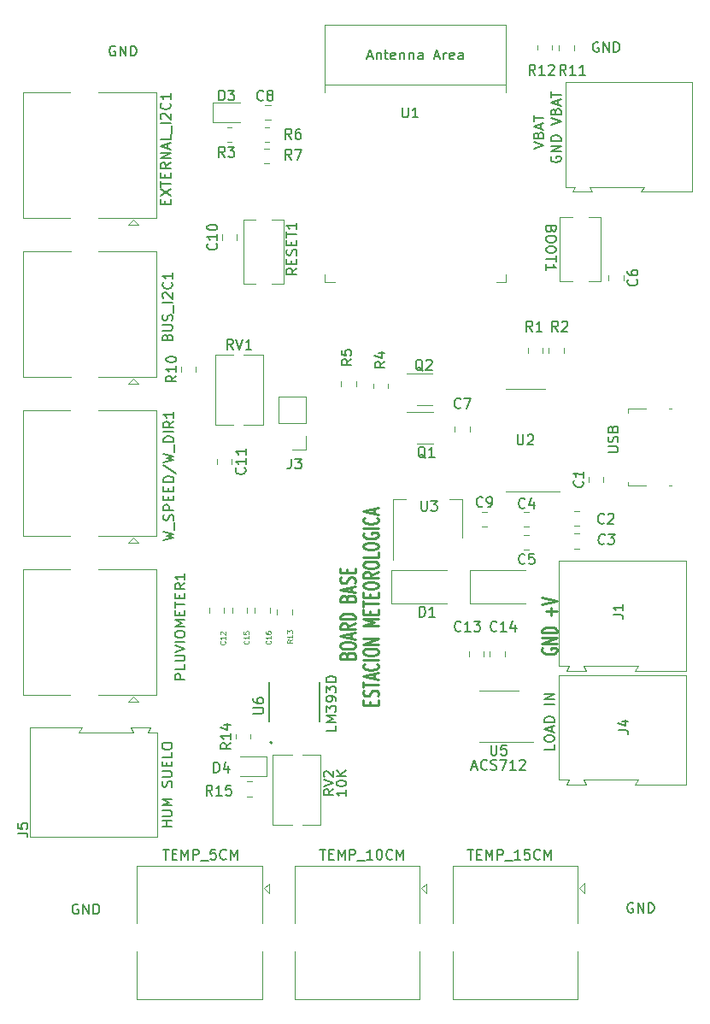
<source format=gbr>
%TF.GenerationSoftware,KiCad,Pcbnew,7.0.6*%
%TF.CreationDate,2024-05-05T09:17:33-05:00*%
%TF.ProjectId,BOARD_ESP32_S3,424f4152-445f-4455-9350-33325f53332e,rev?*%
%TF.SameCoordinates,Original*%
%TF.FileFunction,Legend,Top*%
%TF.FilePolarity,Positive*%
%FSLAX46Y46*%
G04 Gerber Fmt 4.6, Leading zero omitted, Abs format (unit mm)*
G04 Created by KiCad (PCBNEW 7.0.6) date 2024-05-05 09:17:33*
%MOMM*%
%LPD*%
G01*
G04 APERTURE LIST*
%ADD10C,0.150000*%
%ADD11C,0.250000*%
%ADD12C,0.125000*%
%ADD13C,0.120000*%
%ADD14C,0.127000*%
%ADD15C,0.200000*%
G04 APERTURE END LIST*
D10*
X186369438Y-46891411D02*
X186321819Y-46986649D01*
X186321819Y-46986649D02*
X186321819Y-47129506D01*
X186321819Y-47129506D02*
X186369438Y-47272363D01*
X186369438Y-47272363D02*
X186464676Y-47367601D01*
X186464676Y-47367601D02*
X186559914Y-47415220D01*
X186559914Y-47415220D02*
X186750390Y-47462839D01*
X186750390Y-47462839D02*
X186893247Y-47462839D01*
X186893247Y-47462839D02*
X187083723Y-47415220D01*
X187083723Y-47415220D02*
X187178961Y-47367601D01*
X187178961Y-47367601D02*
X187274200Y-47272363D01*
X187274200Y-47272363D02*
X187321819Y-47129506D01*
X187321819Y-47129506D02*
X187321819Y-47034268D01*
X187321819Y-47034268D02*
X187274200Y-46891411D01*
X187274200Y-46891411D02*
X187226580Y-46843792D01*
X187226580Y-46843792D02*
X186893247Y-46843792D01*
X186893247Y-46843792D02*
X186893247Y-47034268D01*
X187321819Y-46415220D02*
X186321819Y-46415220D01*
X186321819Y-46415220D02*
X187321819Y-45843792D01*
X187321819Y-45843792D02*
X186321819Y-45843792D01*
X187321819Y-45367601D02*
X186321819Y-45367601D01*
X186321819Y-45367601D02*
X186321819Y-45129506D01*
X186321819Y-45129506D02*
X186369438Y-44986649D01*
X186369438Y-44986649D02*
X186464676Y-44891411D01*
X186464676Y-44891411D02*
X186559914Y-44843792D01*
X186559914Y-44843792D02*
X186750390Y-44796173D01*
X186750390Y-44796173D02*
X186893247Y-44796173D01*
X186893247Y-44796173D02*
X187083723Y-44843792D01*
X187083723Y-44843792D02*
X187178961Y-44891411D01*
X187178961Y-44891411D02*
X187274200Y-44986649D01*
X187274200Y-44986649D02*
X187321819Y-45129506D01*
X187321819Y-45129506D02*
X187321819Y-45367601D01*
X186321819Y-43748553D02*
X187321819Y-43415220D01*
X187321819Y-43415220D02*
X186321819Y-43081887D01*
X186798009Y-42415220D02*
X186845628Y-42272363D01*
X186845628Y-42272363D02*
X186893247Y-42224744D01*
X186893247Y-42224744D02*
X186988485Y-42177125D01*
X186988485Y-42177125D02*
X187131342Y-42177125D01*
X187131342Y-42177125D02*
X187226580Y-42224744D01*
X187226580Y-42224744D02*
X187274200Y-42272363D01*
X187274200Y-42272363D02*
X187321819Y-42367601D01*
X187321819Y-42367601D02*
X187321819Y-42748553D01*
X187321819Y-42748553D02*
X186321819Y-42748553D01*
X186321819Y-42748553D02*
X186321819Y-42415220D01*
X186321819Y-42415220D02*
X186369438Y-42319982D01*
X186369438Y-42319982D02*
X186417057Y-42272363D01*
X186417057Y-42272363D02*
X186512295Y-42224744D01*
X186512295Y-42224744D02*
X186607533Y-42224744D01*
X186607533Y-42224744D02*
X186702771Y-42272363D01*
X186702771Y-42272363D02*
X186750390Y-42319982D01*
X186750390Y-42319982D02*
X186798009Y-42415220D01*
X186798009Y-42415220D02*
X186798009Y-42748553D01*
X187036104Y-41796172D02*
X187036104Y-41319982D01*
X187321819Y-41891410D02*
X186321819Y-41558077D01*
X186321819Y-41558077D02*
X187321819Y-41224744D01*
X186321819Y-41034267D02*
X186321819Y-40462839D01*
X187321819Y-40748553D02*
X186321819Y-40748553D01*
D11*
X185521257Y-95593622D02*
X185449828Y-95688860D01*
X185449828Y-95688860D02*
X185449828Y-95831717D01*
X185449828Y-95831717D02*
X185521257Y-95974574D01*
X185521257Y-95974574D02*
X185664114Y-96069812D01*
X185664114Y-96069812D02*
X185806971Y-96117431D01*
X185806971Y-96117431D02*
X186092685Y-96165050D01*
X186092685Y-96165050D02*
X186306971Y-96165050D01*
X186306971Y-96165050D02*
X186592685Y-96117431D01*
X186592685Y-96117431D02*
X186735542Y-96069812D01*
X186735542Y-96069812D02*
X186878400Y-95974574D01*
X186878400Y-95974574D02*
X186949828Y-95831717D01*
X186949828Y-95831717D02*
X186949828Y-95736479D01*
X186949828Y-95736479D02*
X186878400Y-95593622D01*
X186878400Y-95593622D02*
X186806971Y-95546003D01*
X186806971Y-95546003D02*
X186306971Y-95546003D01*
X186306971Y-95546003D02*
X186306971Y-95736479D01*
X186949828Y-95117431D02*
X185449828Y-95117431D01*
X185449828Y-95117431D02*
X186949828Y-94546003D01*
X186949828Y-94546003D02*
X185449828Y-94546003D01*
X186949828Y-94069812D02*
X185449828Y-94069812D01*
X185449828Y-94069812D02*
X185449828Y-93831717D01*
X185449828Y-93831717D02*
X185521257Y-93688860D01*
X185521257Y-93688860D02*
X185664114Y-93593622D01*
X185664114Y-93593622D02*
X185806971Y-93546003D01*
X185806971Y-93546003D02*
X186092685Y-93498384D01*
X186092685Y-93498384D02*
X186306971Y-93498384D01*
X186306971Y-93498384D02*
X186592685Y-93546003D01*
X186592685Y-93546003D02*
X186735542Y-93593622D01*
X186735542Y-93593622D02*
X186878400Y-93688860D01*
X186878400Y-93688860D02*
X186949828Y-93831717D01*
X186949828Y-93831717D02*
X186949828Y-94069812D01*
X186378400Y-92307907D02*
X186378400Y-91546003D01*
X186949828Y-91926955D02*
X185806971Y-91926955D01*
X185449828Y-91212669D02*
X186949828Y-90879336D01*
X186949828Y-90879336D02*
X185449828Y-90546003D01*
X168435714Y-101197431D02*
X168435714Y-100864098D01*
X169221428Y-100721241D02*
X169221428Y-101197431D01*
X169221428Y-101197431D02*
X167721428Y-101197431D01*
X167721428Y-101197431D02*
X167721428Y-100721241D01*
X169150000Y-100340288D02*
X169221428Y-100197431D01*
X169221428Y-100197431D02*
X169221428Y-99959336D01*
X169221428Y-99959336D02*
X169150000Y-99864098D01*
X169150000Y-99864098D02*
X169078571Y-99816479D01*
X169078571Y-99816479D02*
X168935714Y-99768860D01*
X168935714Y-99768860D02*
X168792857Y-99768860D01*
X168792857Y-99768860D02*
X168650000Y-99816479D01*
X168650000Y-99816479D02*
X168578571Y-99864098D01*
X168578571Y-99864098D02*
X168507142Y-99959336D01*
X168507142Y-99959336D02*
X168435714Y-100149812D01*
X168435714Y-100149812D02*
X168364285Y-100245050D01*
X168364285Y-100245050D02*
X168292857Y-100292669D01*
X168292857Y-100292669D02*
X168150000Y-100340288D01*
X168150000Y-100340288D02*
X168007142Y-100340288D01*
X168007142Y-100340288D02*
X167864285Y-100292669D01*
X167864285Y-100292669D02*
X167792857Y-100245050D01*
X167792857Y-100245050D02*
X167721428Y-100149812D01*
X167721428Y-100149812D02*
X167721428Y-99911717D01*
X167721428Y-99911717D02*
X167792857Y-99768860D01*
X167721428Y-99483145D02*
X167721428Y-98911717D01*
X169221428Y-99197431D02*
X167721428Y-99197431D01*
X168792857Y-98626002D02*
X168792857Y-98149812D01*
X169221428Y-98721240D02*
X167721428Y-98387907D01*
X167721428Y-98387907D02*
X169221428Y-98054574D01*
X169078571Y-97149812D02*
X169150000Y-97197431D01*
X169150000Y-97197431D02*
X169221428Y-97340288D01*
X169221428Y-97340288D02*
X169221428Y-97435526D01*
X169221428Y-97435526D02*
X169150000Y-97578383D01*
X169150000Y-97578383D02*
X169007142Y-97673621D01*
X169007142Y-97673621D02*
X168864285Y-97721240D01*
X168864285Y-97721240D02*
X168578571Y-97768859D01*
X168578571Y-97768859D02*
X168364285Y-97768859D01*
X168364285Y-97768859D02*
X168078571Y-97721240D01*
X168078571Y-97721240D02*
X167935714Y-97673621D01*
X167935714Y-97673621D02*
X167792857Y-97578383D01*
X167792857Y-97578383D02*
X167721428Y-97435526D01*
X167721428Y-97435526D02*
X167721428Y-97340288D01*
X167721428Y-97340288D02*
X167792857Y-97197431D01*
X167792857Y-97197431D02*
X167864285Y-97149812D01*
X169221428Y-96721240D02*
X167721428Y-96721240D01*
X167721428Y-96054574D02*
X167721428Y-95864098D01*
X167721428Y-95864098D02*
X167792857Y-95768860D01*
X167792857Y-95768860D02*
X167935714Y-95673622D01*
X167935714Y-95673622D02*
X168221428Y-95626003D01*
X168221428Y-95626003D02*
X168721428Y-95626003D01*
X168721428Y-95626003D02*
X169007142Y-95673622D01*
X169007142Y-95673622D02*
X169150000Y-95768860D01*
X169150000Y-95768860D02*
X169221428Y-95864098D01*
X169221428Y-95864098D02*
X169221428Y-96054574D01*
X169221428Y-96054574D02*
X169150000Y-96149812D01*
X169150000Y-96149812D02*
X169007142Y-96245050D01*
X169007142Y-96245050D02*
X168721428Y-96292669D01*
X168721428Y-96292669D02*
X168221428Y-96292669D01*
X168221428Y-96292669D02*
X167935714Y-96245050D01*
X167935714Y-96245050D02*
X167792857Y-96149812D01*
X167792857Y-96149812D02*
X167721428Y-96054574D01*
X169221428Y-95197431D02*
X167721428Y-95197431D01*
X167721428Y-95197431D02*
X169221428Y-94626003D01*
X169221428Y-94626003D02*
X167721428Y-94626003D01*
X169221428Y-93387907D02*
X167721428Y-93387907D01*
X167721428Y-93387907D02*
X168792857Y-93054574D01*
X168792857Y-93054574D02*
X167721428Y-92721241D01*
X167721428Y-92721241D02*
X169221428Y-92721241D01*
X168435714Y-92245050D02*
X168435714Y-91911717D01*
X169221428Y-91768860D02*
X169221428Y-92245050D01*
X169221428Y-92245050D02*
X167721428Y-92245050D01*
X167721428Y-92245050D02*
X167721428Y-91768860D01*
X167721428Y-91483145D02*
X167721428Y-90911717D01*
X169221428Y-91197431D02*
X167721428Y-91197431D01*
X168435714Y-90578383D02*
X168435714Y-90245050D01*
X169221428Y-90102193D02*
X169221428Y-90578383D01*
X169221428Y-90578383D02*
X167721428Y-90578383D01*
X167721428Y-90578383D02*
X167721428Y-90102193D01*
X167721428Y-89483145D02*
X167721428Y-89292669D01*
X167721428Y-89292669D02*
X167792857Y-89197431D01*
X167792857Y-89197431D02*
X167935714Y-89102193D01*
X167935714Y-89102193D02*
X168221428Y-89054574D01*
X168221428Y-89054574D02*
X168721428Y-89054574D01*
X168721428Y-89054574D02*
X169007142Y-89102193D01*
X169007142Y-89102193D02*
X169150000Y-89197431D01*
X169150000Y-89197431D02*
X169221428Y-89292669D01*
X169221428Y-89292669D02*
X169221428Y-89483145D01*
X169221428Y-89483145D02*
X169150000Y-89578383D01*
X169150000Y-89578383D02*
X169007142Y-89673621D01*
X169007142Y-89673621D02*
X168721428Y-89721240D01*
X168721428Y-89721240D02*
X168221428Y-89721240D01*
X168221428Y-89721240D02*
X167935714Y-89673621D01*
X167935714Y-89673621D02*
X167792857Y-89578383D01*
X167792857Y-89578383D02*
X167721428Y-89483145D01*
X169221428Y-88054574D02*
X168507142Y-88387907D01*
X169221428Y-88626002D02*
X167721428Y-88626002D01*
X167721428Y-88626002D02*
X167721428Y-88245050D01*
X167721428Y-88245050D02*
X167792857Y-88149812D01*
X167792857Y-88149812D02*
X167864285Y-88102193D01*
X167864285Y-88102193D02*
X168007142Y-88054574D01*
X168007142Y-88054574D02*
X168221428Y-88054574D01*
X168221428Y-88054574D02*
X168364285Y-88102193D01*
X168364285Y-88102193D02*
X168435714Y-88149812D01*
X168435714Y-88149812D02*
X168507142Y-88245050D01*
X168507142Y-88245050D02*
X168507142Y-88626002D01*
X167721428Y-87435526D02*
X167721428Y-87245050D01*
X167721428Y-87245050D02*
X167792857Y-87149812D01*
X167792857Y-87149812D02*
X167935714Y-87054574D01*
X167935714Y-87054574D02*
X168221428Y-87006955D01*
X168221428Y-87006955D02*
X168721428Y-87006955D01*
X168721428Y-87006955D02*
X169007142Y-87054574D01*
X169007142Y-87054574D02*
X169150000Y-87149812D01*
X169150000Y-87149812D02*
X169221428Y-87245050D01*
X169221428Y-87245050D02*
X169221428Y-87435526D01*
X169221428Y-87435526D02*
X169150000Y-87530764D01*
X169150000Y-87530764D02*
X169007142Y-87626002D01*
X169007142Y-87626002D02*
X168721428Y-87673621D01*
X168721428Y-87673621D02*
X168221428Y-87673621D01*
X168221428Y-87673621D02*
X167935714Y-87626002D01*
X167935714Y-87626002D02*
X167792857Y-87530764D01*
X167792857Y-87530764D02*
X167721428Y-87435526D01*
X169221428Y-86102193D02*
X169221428Y-86578383D01*
X169221428Y-86578383D02*
X167721428Y-86578383D01*
X167721428Y-85578383D02*
X167721428Y-85387907D01*
X167721428Y-85387907D02*
X167792857Y-85292669D01*
X167792857Y-85292669D02*
X167935714Y-85197431D01*
X167935714Y-85197431D02*
X168221428Y-85149812D01*
X168221428Y-85149812D02*
X168721428Y-85149812D01*
X168721428Y-85149812D02*
X169007142Y-85197431D01*
X169007142Y-85197431D02*
X169150000Y-85292669D01*
X169150000Y-85292669D02*
X169221428Y-85387907D01*
X169221428Y-85387907D02*
X169221428Y-85578383D01*
X169221428Y-85578383D02*
X169150000Y-85673621D01*
X169150000Y-85673621D02*
X169007142Y-85768859D01*
X169007142Y-85768859D02*
X168721428Y-85816478D01*
X168721428Y-85816478D02*
X168221428Y-85816478D01*
X168221428Y-85816478D02*
X167935714Y-85768859D01*
X167935714Y-85768859D02*
X167792857Y-85673621D01*
X167792857Y-85673621D02*
X167721428Y-85578383D01*
X167792857Y-84197431D02*
X167721428Y-84292669D01*
X167721428Y-84292669D02*
X167721428Y-84435526D01*
X167721428Y-84435526D02*
X167792857Y-84578383D01*
X167792857Y-84578383D02*
X167935714Y-84673621D01*
X167935714Y-84673621D02*
X168078571Y-84721240D01*
X168078571Y-84721240D02*
X168364285Y-84768859D01*
X168364285Y-84768859D02*
X168578571Y-84768859D01*
X168578571Y-84768859D02*
X168864285Y-84721240D01*
X168864285Y-84721240D02*
X169007142Y-84673621D01*
X169007142Y-84673621D02*
X169150000Y-84578383D01*
X169150000Y-84578383D02*
X169221428Y-84435526D01*
X169221428Y-84435526D02*
X169221428Y-84340288D01*
X169221428Y-84340288D02*
X169150000Y-84197431D01*
X169150000Y-84197431D02*
X169078571Y-84149812D01*
X169078571Y-84149812D02*
X168578571Y-84149812D01*
X168578571Y-84149812D02*
X168578571Y-84340288D01*
X169221428Y-83721240D02*
X167721428Y-83721240D01*
X169078571Y-82673622D02*
X169150000Y-82721241D01*
X169150000Y-82721241D02*
X169221428Y-82864098D01*
X169221428Y-82864098D02*
X169221428Y-82959336D01*
X169221428Y-82959336D02*
X169150000Y-83102193D01*
X169150000Y-83102193D02*
X169007142Y-83197431D01*
X169007142Y-83197431D02*
X168864285Y-83245050D01*
X168864285Y-83245050D02*
X168578571Y-83292669D01*
X168578571Y-83292669D02*
X168364285Y-83292669D01*
X168364285Y-83292669D02*
X168078571Y-83245050D01*
X168078571Y-83245050D02*
X167935714Y-83197431D01*
X167935714Y-83197431D02*
X167792857Y-83102193D01*
X167792857Y-83102193D02*
X167721428Y-82959336D01*
X167721428Y-82959336D02*
X167721428Y-82864098D01*
X167721428Y-82864098D02*
X167792857Y-82721241D01*
X167792857Y-82721241D02*
X167864285Y-82673622D01*
X168792857Y-82292669D02*
X168792857Y-81816479D01*
X169221428Y-82387907D02*
X167721428Y-82054574D01*
X167721428Y-82054574D02*
X169221428Y-81721241D01*
X166149714Y-96292098D02*
X166221142Y-96149241D01*
X166221142Y-96149241D02*
X166292571Y-96101622D01*
X166292571Y-96101622D02*
X166435428Y-96054003D01*
X166435428Y-96054003D02*
X166649714Y-96054003D01*
X166649714Y-96054003D02*
X166792571Y-96101622D01*
X166792571Y-96101622D02*
X166864000Y-96149241D01*
X166864000Y-96149241D02*
X166935428Y-96244479D01*
X166935428Y-96244479D02*
X166935428Y-96625431D01*
X166935428Y-96625431D02*
X165435428Y-96625431D01*
X165435428Y-96625431D02*
X165435428Y-96292098D01*
X165435428Y-96292098D02*
X165506857Y-96196860D01*
X165506857Y-96196860D02*
X165578285Y-96149241D01*
X165578285Y-96149241D02*
X165721142Y-96101622D01*
X165721142Y-96101622D02*
X165864000Y-96101622D01*
X165864000Y-96101622D02*
X166006857Y-96149241D01*
X166006857Y-96149241D02*
X166078285Y-96196860D01*
X166078285Y-96196860D02*
X166149714Y-96292098D01*
X166149714Y-96292098D02*
X166149714Y-96625431D01*
X165435428Y-95434955D02*
X165435428Y-95244479D01*
X165435428Y-95244479D02*
X165506857Y-95149241D01*
X165506857Y-95149241D02*
X165649714Y-95054003D01*
X165649714Y-95054003D02*
X165935428Y-95006384D01*
X165935428Y-95006384D02*
X166435428Y-95006384D01*
X166435428Y-95006384D02*
X166721142Y-95054003D01*
X166721142Y-95054003D02*
X166864000Y-95149241D01*
X166864000Y-95149241D02*
X166935428Y-95244479D01*
X166935428Y-95244479D02*
X166935428Y-95434955D01*
X166935428Y-95434955D02*
X166864000Y-95530193D01*
X166864000Y-95530193D02*
X166721142Y-95625431D01*
X166721142Y-95625431D02*
X166435428Y-95673050D01*
X166435428Y-95673050D02*
X165935428Y-95673050D01*
X165935428Y-95673050D02*
X165649714Y-95625431D01*
X165649714Y-95625431D02*
X165506857Y-95530193D01*
X165506857Y-95530193D02*
X165435428Y-95434955D01*
X166506857Y-94625431D02*
X166506857Y-94149241D01*
X166935428Y-94720669D02*
X165435428Y-94387336D01*
X165435428Y-94387336D02*
X166935428Y-94054003D01*
X166935428Y-93149241D02*
X166221142Y-93482574D01*
X166935428Y-93720669D02*
X165435428Y-93720669D01*
X165435428Y-93720669D02*
X165435428Y-93339717D01*
X165435428Y-93339717D02*
X165506857Y-93244479D01*
X165506857Y-93244479D02*
X165578285Y-93196860D01*
X165578285Y-93196860D02*
X165721142Y-93149241D01*
X165721142Y-93149241D02*
X165935428Y-93149241D01*
X165935428Y-93149241D02*
X166078285Y-93196860D01*
X166078285Y-93196860D02*
X166149714Y-93244479D01*
X166149714Y-93244479D02*
X166221142Y-93339717D01*
X166221142Y-93339717D02*
X166221142Y-93720669D01*
X166935428Y-92720669D02*
X165435428Y-92720669D01*
X165435428Y-92720669D02*
X165435428Y-92482574D01*
X165435428Y-92482574D02*
X165506857Y-92339717D01*
X165506857Y-92339717D02*
X165649714Y-92244479D01*
X165649714Y-92244479D02*
X165792571Y-92196860D01*
X165792571Y-92196860D02*
X166078285Y-92149241D01*
X166078285Y-92149241D02*
X166292571Y-92149241D01*
X166292571Y-92149241D02*
X166578285Y-92196860D01*
X166578285Y-92196860D02*
X166721142Y-92244479D01*
X166721142Y-92244479D02*
X166864000Y-92339717D01*
X166864000Y-92339717D02*
X166935428Y-92482574D01*
X166935428Y-92482574D02*
X166935428Y-92720669D01*
X166149714Y-90625431D02*
X166221142Y-90482574D01*
X166221142Y-90482574D02*
X166292571Y-90434955D01*
X166292571Y-90434955D02*
X166435428Y-90387336D01*
X166435428Y-90387336D02*
X166649714Y-90387336D01*
X166649714Y-90387336D02*
X166792571Y-90434955D01*
X166792571Y-90434955D02*
X166864000Y-90482574D01*
X166864000Y-90482574D02*
X166935428Y-90577812D01*
X166935428Y-90577812D02*
X166935428Y-90958764D01*
X166935428Y-90958764D02*
X165435428Y-90958764D01*
X165435428Y-90958764D02*
X165435428Y-90625431D01*
X165435428Y-90625431D02*
X165506857Y-90530193D01*
X165506857Y-90530193D02*
X165578285Y-90482574D01*
X165578285Y-90482574D02*
X165721142Y-90434955D01*
X165721142Y-90434955D02*
X165864000Y-90434955D01*
X165864000Y-90434955D02*
X166006857Y-90482574D01*
X166006857Y-90482574D02*
X166078285Y-90530193D01*
X166078285Y-90530193D02*
X166149714Y-90625431D01*
X166149714Y-90625431D02*
X166149714Y-90958764D01*
X166506857Y-90006383D02*
X166506857Y-89530193D01*
X166935428Y-90101621D02*
X165435428Y-89768288D01*
X165435428Y-89768288D02*
X166935428Y-89434955D01*
X166864000Y-89149240D02*
X166935428Y-89006383D01*
X166935428Y-89006383D02*
X166935428Y-88768288D01*
X166935428Y-88768288D02*
X166864000Y-88673050D01*
X166864000Y-88673050D02*
X166792571Y-88625431D01*
X166792571Y-88625431D02*
X166649714Y-88577812D01*
X166649714Y-88577812D02*
X166506857Y-88577812D01*
X166506857Y-88577812D02*
X166364000Y-88625431D01*
X166364000Y-88625431D02*
X166292571Y-88673050D01*
X166292571Y-88673050D02*
X166221142Y-88768288D01*
X166221142Y-88768288D02*
X166149714Y-88958764D01*
X166149714Y-88958764D02*
X166078285Y-89054002D01*
X166078285Y-89054002D02*
X166006857Y-89101621D01*
X166006857Y-89101621D02*
X165864000Y-89149240D01*
X165864000Y-89149240D02*
X165721142Y-89149240D01*
X165721142Y-89149240D02*
X165578285Y-89101621D01*
X165578285Y-89101621D02*
X165506857Y-89054002D01*
X165506857Y-89054002D02*
X165435428Y-88958764D01*
X165435428Y-88958764D02*
X165435428Y-88720669D01*
X165435428Y-88720669D02*
X165506857Y-88577812D01*
X166149714Y-88149240D02*
X166149714Y-87815907D01*
X166935428Y-87673050D02*
X166935428Y-88149240D01*
X166935428Y-88149240D02*
X165435428Y-88149240D01*
X165435428Y-88149240D02*
X165435428Y-87673050D01*
D10*
X173482095Y-80988819D02*
X173482095Y-81798342D01*
X173482095Y-81798342D02*
X173529714Y-81893580D01*
X173529714Y-81893580D02*
X173577333Y-81941200D01*
X173577333Y-81941200D02*
X173672571Y-81988819D01*
X173672571Y-81988819D02*
X173863047Y-81988819D01*
X173863047Y-81988819D02*
X173958285Y-81941200D01*
X173958285Y-81941200D02*
X174005904Y-81893580D01*
X174005904Y-81893580D02*
X174053523Y-81798342D01*
X174053523Y-81798342D02*
X174053523Y-80988819D01*
X174434476Y-80988819D02*
X175053523Y-80988819D01*
X175053523Y-80988819D02*
X174720190Y-81369771D01*
X174720190Y-81369771D02*
X174863047Y-81369771D01*
X174863047Y-81369771D02*
X174958285Y-81417390D01*
X174958285Y-81417390D02*
X175005904Y-81465009D01*
X175005904Y-81465009D02*
X175053523Y-81560247D01*
X175053523Y-81560247D02*
X175053523Y-81798342D01*
X175053523Y-81798342D02*
X175005904Y-81893580D01*
X175005904Y-81893580D02*
X174958285Y-81941200D01*
X174958285Y-81941200D02*
X174863047Y-81988819D01*
X174863047Y-81988819D02*
X174577333Y-81988819D01*
X174577333Y-81988819D02*
X174482095Y-81941200D01*
X174482095Y-81941200D02*
X174434476Y-81893580D01*
X152931905Y-107896819D02*
X152931905Y-106896819D01*
X152931905Y-106896819D02*
X153170000Y-106896819D01*
X153170000Y-106896819D02*
X153312857Y-106944438D01*
X153312857Y-106944438D02*
X153408095Y-107039676D01*
X153408095Y-107039676D02*
X153455714Y-107134914D01*
X153455714Y-107134914D02*
X153503333Y-107325390D01*
X153503333Y-107325390D02*
X153503333Y-107468247D01*
X153503333Y-107468247D02*
X153455714Y-107658723D01*
X153455714Y-107658723D02*
X153408095Y-107753961D01*
X153408095Y-107753961D02*
X153312857Y-107849200D01*
X153312857Y-107849200D02*
X153170000Y-107896819D01*
X153170000Y-107896819D02*
X152931905Y-107896819D01*
X154360476Y-107230152D02*
X154360476Y-107896819D01*
X154122381Y-106849200D02*
X153884286Y-107563485D01*
X153884286Y-107563485D02*
X154503333Y-107563485D01*
X153439905Y-41324419D02*
X153439905Y-40324419D01*
X153439905Y-40324419D02*
X153678000Y-40324419D01*
X153678000Y-40324419D02*
X153820857Y-40372038D01*
X153820857Y-40372038D02*
X153916095Y-40467276D01*
X153916095Y-40467276D02*
X153963714Y-40562514D01*
X153963714Y-40562514D02*
X154011333Y-40752990D01*
X154011333Y-40752990D02*
X154011333Y-40895847D01*
X154011333Y-40895847D02*
X153963714Y-41086323D01*
X153963714Y-41086323D02*
X153916095Y-41181561D01*
X153916095Y-41181561D02*
X153820857Y-41276800D01*
X153820857Y-41276800D02*
X153678000Y-41324419D01*
X153678000Y-41324419D02*
X153439905Y-41324419D01*
X154344667Y-40324419D02*
X154963714Y-40324419D01*
X154963714Y-40324419D02*
X154630381Y-40705371D01*
X154630381Y-40705371D02*
X154773238Y-40705371D01*
X154773238Y-40705371D02*
X154868476Y-40752990D01*
X154868476Y-40752990D02*
X154916095Y-40800609D01*
X154916095Y-40800609D02*
X154963714Y-40895847D01*
X154963714Y-40895847D02*
X154963714Y-41133942D01*
X154963714Y-41133942D02*
X154916095Y-41229180D01*
X154916095Y-41229180D02*
X154868476Y-41276800D01*
X154868476Y-41276800D02*
X154773238Y-41324419D01*
X154773238Y-41324419D02*
X154487524Y-41324419D01*
X154487524Y-41324419D02*
X154392286Y-41276800D01*
X154392286Y-41276800D02*
X154344667Y-41229180D01*
X149198219Y-68613257D02*
X148722028Y-68946590D01*
X149198219Y-69184685D02*
X148198219Y-69184685D01*
X148198219Y-69184685D02*
X148198219Y-68803733D01*
X148198219Y-68803733D02*
X148245838Y-68708495D01*
X148245838Y-68708495D02*
X148293457Y-68660876D01*
X148293457Y-68660876D02*
X148388695Y-68613257D01*
X148388695Y-68613257D02*
X148531552Y-68613257D01*
X148531552Y-68613257D02*
X148626790Y-68660876D01*
X148626790Y-68660876D02*
X148674409Y-68708495D01*
X148674409Y-68708495D02*
X148722028Y-68803733D01*
X148722028Y-68803733D02*
X148722028Y-69184685D01*
X149198219Y-67660876D02*
X149198219Y-68232304D01*
X149198219Y-67946590D02*
X148198219Y-67946590D01*
X148198219Y-67946590D02*
X148341076Y-68041828D01*
X148341076Y-68041828D02*
X148436314Y-68137066D01*
X148436314Y-68137066D02*
X148483933Y-68232304D01*
X148198219Y-67041828D02*
X148198219Y-66946590D01*
X148198219Y-66946590D02*
X148245838Y-66851352D01*
X148245838Y-66851352D02*
X148293457Y-66803733D01*
X148293457Y-66803733D02*
X148388695Y-66756114D01*
X148388695Y-66756114D02*
X148579171Y-66708495D01*
X148579171Y-66708495D02*
X148817266Y-66708495D01*
X148817266Y-66708495D02*
X149007742Y-66756114D01*
X149007742Y-66756114D02*
X149102980Y-66803733D01*
X149102980Y-66803733D02*
X149150600Y-66851352D01*
X149150600Y-66851352D02*
X149198219Y-66946590D01*
X149198219Y-66946590D02*
X149198219Y-67041828D01*
X149198219Y-67041828D02*
X149150600Y-67137066D01*
X149150600Y-67137066D02*
X149102980Y-67184685D01*
X149102980Y-67184685D02*
X149007742Y-67232304D01*
X149007742Y-67232304D02*
X148817266Y-67279923D01*
X148817266Y-67279923D02*
X148579171Y-67279923D01*
X148579171Y-67279923D02*
X148388695Y-67232304D01*
X148388695Y-67232304D02*
X148293457Y-67184685D01*
X148293457Y-67184685D02*
X148245838Y-67137066D01*
X148245838Y-67137066D02*
X148198219Y-67041828D01*
X194462495Y-120856838D02*
X194367257Y-120809219D01*
X194367257Y-120809219D02*
X194224400Y-120809219D01*
X194224400Y-120809219D02*
X194081543Y-120856838D01*
X194081543Y-120856838D02*
X193986305Y-120952076D01*
X193986305Y-120952076D02*
X193938686Y-121047314D01*
X193938686Y-121047314D02*
X193891067Y-121237790D01*
X193891067Y-121237790D02*
X193891067Y-121380647D01*
X193891067Y-121380647D02*
X193938686Y-121571123D01*
X193938686Y-121571123D02*
X193986305Y-121666361D01*
X193986305Y-121666361D02*
X194081543Y-121761600D01*
X194081543Y-121761600D02*
X194224400Y-121809219D01*
X194224400Y-121809219D02*
X194319638Y-121809219D01*
X194319638Y-121809219D02*
X194462495Y-121761600D01*
X194462495Y-121761600D02*
X194510114Y-121713980D01*
X194510114Y-121713980D02*
X194510114Y-121380647D01*
X194510114Y-121380647D02*
X194319638Y-121380647D01*
X194938686Y-121809219D02*
X194938686Y-120809219D01*
X194938686Y-120809219D02*
X195510114Y-121809219D01*
X195510114Y-121809219D02*
X195510114Y-120809219D01*
X195986305Y-121809219D02*
X195986305Y-120809219D01*
X195986305Y-120809219D02*
X196224400Y-120809219D01*
X196224400Y-120809219D02*
X196367257Y-120856838D01*
X196367257Y-120856838D02*
X196462495Y-120952076D01*
X196462495Y-120952076D02*
X196510114Y-121047314D01*
X196510114Y-121047314D02*
X196557733Y-121237790D01*
X196557733Y-121237790D02*
X196557733Y-121380647D01*
X196557733Y-121380647D02*
X196510114Y-121571123D01*
X196510114Y-121571123D02*
X196462495Y-121666361D01*
X196462495Y-121666361D02*
X196367257Y-121761600D01*
X196367257Y-121761600D02*
X196224400Y-121809219D01*
X196224400Y-121809219D02*
X195986305Y-121809219D01*
X139471495Y-120983838D02*
X139376257Y-120936219D01*
X139376257Y-120936219D02*
X139233400Y-120936219D01*
X139233400Y-120936219D02*
X139090543Y-120983838D01*
X139090543Y-120983838D02*
X138995305Y-121079076D01*
X138995305Y-121079076D02*
X138947686Y-121174314D01*
X138947686Y-121174314D02*
X138900067Y-121364790D01*
X138900067Y-121364790D02*
X138900067Y-121507647D01*
X138900067Y-121507647D02*
X138947686Y-121698123D01*
X138947686Y-121698123D02*
X138995305Y-121793361D01*
X138995305Y-121793361D02*
X139090543Y-121888600D01*
X139090543Y-121888600D02*
X139233400Y-121936219D01*
X139233400Y-121936219D02*
X139328638Y-121936219D01*
X139328638Y-121936219D02*
X139471495Y-121888600D01*
X139471495Y-121888600D02*
X139519114Y-121840980D01*
X139519114Y-121840980D02*
X139519114Y-121507647D01*
X139519114Y-121507647D02*
X139328638Y-121507647D01*
X139947686Y-121936219D02*
X139947686Y-120936219D01*
X139947686Y-120936219D02*
X140519114Y-121936219D01*
X140519114Y-121936219D02*
X140519114Y-120936219D01*
X140995305Y-121936219D02*
X140995305Y-120936219D01*
X140995305Y-120936219D02*
X141233400Y-120936219D01*
X141233400Y-120936219D02*
X141376257Y-120983838D01*
X141376257Y-120983838D02*
X141471495Y-121079076D01*
X141471495Y-121079076D02*
X141519114Y-121174314D01*
X141519114Y-121174314D02*
X141566733Y-121364790D01*
X141566733Y-121364790D02*
X141566733Y-121507647D01*
X141566733Y-121507647D02*
X141519114Y-121698123D01*
X141519114Y-121698123D02*
X141471495Y-121793361D01*
X141471495Y-121793361D02*
X141376257Y-121888600D01*
X141376257Y-121888600D02*
X141233400Y-121936219D01*
X141233400Y-121936219D02*
X140995305Y-121936219D01*
X156826819Y-102054904D02*
X157636342Y-102054904D01*
X157636342Y-102054904D02*
X157731580Y-102007285D01*
X157731580Y-102007285D02*
X157779200Y-101959666D01*
X157779200Y-101959666D02*
X157826819Y-101864428D01*
X157826819Y-101864428D02*
X157826819Y-101673952D01*
X157826819Y-101673952D02*
X157779200Y-101578714D01*
X157779200Y-101578714D02*
X157731580Y-101531095D01*
X157731580Y-101531095D02*
X157636342Y-101483476D01*
X157636342Y-101483476D02*
X156826819Y-101483476D01*
X156826819Y-100578714D02*
X156826819Y-100769190D01*
X156826819Y-100769190D02*
X156874438Y-100864428D01*
X156874438Y-100864428D02*
X156922057Y-100912047D01*
X156922057Y-100912047D02*
X157064914Y-101007285D01*
X157064914Y-101007285D02*
X157255390Y-101054904D01*
X157255390Y-101054904D02*
X157636342Y-101054904D01*
X157636342Y-101054904D02*
X157731580Y-101007285D01*
X157731580Y-101007285D02*
X157779200Y-100959666D01*
X157779200Y-100959666D02*
X157826819Y-100864428D01*
X157826819Y-100864428D02*
X157826819Y-100673952D01*
X157826819Y-100673952D02*
X157779200Y-100578714D01*
X157779200Y-100578714D02*
X157731580Y-100531095D01*
X157731580Y-100531095D02*
X157636342Y-100483476D01*
X157636342Y-100483476D02*
X157398247Y-100483476D01*
X157398247Y-100483476D02*
X157303009Y-100531095D01*
X157303009Y-100531095D02*
X157255390Y-100578714D01*
X157255390Y-100578714D02*
X157207771Y-100673952D01*
X157207771Y-100673952D02*
X157207771Y-100864428D01*
X157207771Y-100864428D02*
X157255390Y-100959666D01*
X157255390Y-100959666D02*
X157303009Y-101007285D01*
X157303009Y-101007285D02*
X157398247Y-101054904D01*
X165046819Y-103282476D02*
X165046819Y-103758666D01*
X165046819Y-103758666D02*
X164046819Y-103758666D01*
X165046819Y-102949142D02*
X164046819Y-102949142D01*
X164046819Y-102949142D02*
X164761104Y-102615809D01*
X164761104Y-102615809D02*
X164046819Y-102282476D01*
X164046819Y-102282476D02*
X165046819Y-102282476D01*
X164046819Y-101901523D02*
X164046819Y-101282476D01*
X164046819Y-101282476D02*
X164427771Y-101615809D01*
X164427771Y-101615809D02*
X164427771Y-101472952D01*
X164427771Y-101472952D02*
X164475390Y-101377714D01*
X164475390Y-101377714D02*
X164523009Y-101330095D01*
X164523009Y-101330095D02*
X164618247Y-101282476D01*
X164618247Y-101282476D02*
X164856342Y-101282476D01*
X164856342Y-101282476D02*
X164951580Y-101330095D01*
X164951580Y-101330095D02*
X164999200Y-101377714D01*
X164999200Y-101377714D02*
X165046819Y-101472952D01*
X165046819Y-101472952D02*
X165046819Y-101758666D01*
X165046819Y-101758666D02*
X164999200Y-101853904D01*
X164999200Y-101853904D02*
X164951580Y-101901523D01*
X165046819Y-100806285D02*
X165046819Y-100615809D01*
X165046819Y-100615809D02*
X164999200Y-100520571D01*
X164999200Y-100520571D02*
X164951580Y-100472952D01*
X164951580Y-100472952D02*
X164808723Y-100377714D01*
X164808723Y-100377714D02*
X164618247Y-100330095D01*
X164618247Y-100330095D02*
X164237295Y-100330095D01*
X164237295Y-100330095D02*
X164142057Y-100377714D01*
X164142057Y-100377714D02*
X164094438Y-100425333D01*
X164094438Y-100425333D02*
X164046819Y-100520571D01*
X164046819Y-100520571D02*
X164046819Y-100711047D01*
X164046819Y-100711047D02*
X164094438Y-100806285D01*
X164094438Y-100806285D02*
X164142057Y-100853904D01*
X164142057Y-100853904D02*
X164237295Y-100901523D01*
X164237295Y-100901523D02*
X164475390Y-100901523D01*
X164475390Y-100901523D02*
X164570628Y-100853904D01*
X164570628Y-100853904D02*
X164618247Y-100806285D01*
X164618247Y-100806285D02*
X164665866Y-100711047D01*
X164665866Y-100711047D02*
X164665866Y-100520571D01*
X164665866Y-100520571D02*
X164618247Y-100425333D01*
X164618247Y-100425333D02*
X164570628Y-100377714D01*
X164570628Y-100377714D02*
X164475390Y-100330095D01*
X164046819Y-99996761D02*
X164046819Y-99377714D01*
X164046819Y-99377714D02*
X164427771Y-99711047D01*
X164427771Y-99711047D02*
X164427771Y-99568190D01*
X164427771Y-99568190D02*
X164475390Y-99472952D01*
X164475390Y-99472952D02*
X164523009Y-99425333D01*
X164523009Y-99425333D02*
X164618247Y-99377714D01*
X164618247Y-99377714D02*
X164856342Y-99377714D01*
X164856342Y-99377714D02*
X164951580Y-99425333D01*
X164951580Y-99425333D02*
X164999200Y-99472952D01*
X164999200Y-99472952D02*
X165046819Y-99568190D01*
X165046819Y-99568190D02*
X165046819Y-99853904D01*
X165046819Y-99853904D02*
X164999200Y-99949142D01*
X164999200Y-99949142D02*
X164951580Y-99996761D01*
X165046819Y-98949142D02*
X164046819Y-98949142D01*
X164046819Y-98949142D02*
X164046819Y-98711047D01*
X164046819Y-98711047D02*
X164094438Y-98568190D01*
X164094438Y-98568190D02*
X164189676Y-98472952D01*
X164189676Y-98472952D02*
X164284914Y-98425333D01*
X164284914Y-98425333D02*
X164475390Y-98377714D01*
X164475390Y-98377714D02*
X164618247Y-98377714D01*
X164618247Y-98377714D02*
X164808723Y-98425333D01*
X164808723Y-98425333D02*
X164903961Y-98472952D01*
X164903961Y-98472952D02*
X164999200Y-98568190D01*
X164999200Y-98568190D02*
X165046819Y-98711047D01*
X165046819Y-98711047D02*
X165046819Y-98949142D01*
X150060819Y-98686285D02*
X149060819Y-98686285D01*
X149060819Y-98686285D02*
X149060819Y-98305333D01*
X149060819Y-98305333D02*
X149108438Y-98210095D01*
X149108438Y-98210095D02*
X149156057Y-98162476D01*
X149156057Y-98162476D02*
X149251295Y-98114857D01*
X149251295Y-98114857D02*
X149394152Y-98114857D01*
X149394152Y-98114857D02*
X149489390Y-98162476D01*
X149489390Y-98162476D02*
X149537009Y-98210095D01*
X149537009Y-98210095D02*
X149584628Y-98305333D01*
X149584628Y-98305333D02*
X149584628Y-98686285D01*
X150060819Y-97210095D02*
X150060819Y-97686285D01*
X150060819Y-97686285D02*
X149060819Y-97686285D01*
X149060819Y-96876761D02*
X149870342Y-96876761D01*
X149870342Y-96876761D02*
X149965580Y-96829142D01*
X149965580Y-96829142D02*
X150013200Y-96781523D01*
X150013200Y-96781523D02*
X150060819Y-96686285D01*
X150060819Y-96686285D02*
X150060819Y-96495809D01*
X150060819Y-96495809D02*
X150013200Y-96400571D01*
X150013200Y-96400571D02*
X149965580Y-96352952D01*
X149965580Y-96352952D02*
X149870342Y-96305333D01*
X149870342Y-96305333D02*
X149060819Y-96305333D01*
X149060819Y-95971999D02*
X150060819Y-95638666D01*
X150060819Y-95638666D02*
X149060819Y-95305333D01*
X150060819Y-94971999D02*
X149060819Y-94971999D01*
X149060819Y-94305333D02*
X149060819Y-94114857D01*
X149060819Y-94114857D02*
X149108438Y-94019619D01*
X149108438Y-94019619D02*
X149203676Y-93924381D01*
X149203676Y-93924381D02*
X149394152Y-93876762D01*
X149394152Y-93876762D02*
X149727485Y-93876762D01*
X149727485Y-93876762D02*
X149917961Y-93924381D01*
X149917961Y-93924381D02*
X150013200Y-94019619D01*
X150013200Y-94019619D02*
X150060819Y-94114857D01*
X150060819Y-94114857D02*
X150060819Y-94305333D01*
X150060819Y-94305333D02*
X150013200Y-94400571D01*
X150013200Y-94400571D02*
X149917961Y-94495809D01*
X149917961Y-94495809D02*
X149727485Y-94543428D01*
X149727485Y-94543428D02*
X149394152Y-94543428D01*
X149394152Y-94543428D02*
X149203676Y-94495809D01*
X149203676Y-94495809D02*
X149108438Y-94400571D01*
X149108438Y-94400571D02*
X149060819Y-94305333D01*
X150060819Y-93448190D02*
X149060819Y-93448190D01*
X149060819Y-93448190D02*
X149775104Y-93114857D01*
X149775104Y-93114857D02*
X149060819Y-92781524D01*
X149060819Y-92781524D02*
X150060819Y-92781524D01*
X149537009Y-92305333D02*
X149537009Y-91972000D01*
X150060819Y-91829143D02*
X150060819Y-92305333D01*
X150060819Y-92305333D02*
X149060819Y-92305333D01*
X149060819Y-92305333D02*
X149060819Y-91829143D01*
X149060819Y-91543428D02*
X149060819Y-90972000D01*
X150060819Y-91257714D02*
X149060819Y-91257714D01*
X149537009Y-90638666D02*
X149537009Y-90305333D01*
X150060819Y-90162476D02*
X150060819Y-90638666D01*
X150060819Y-90638666D02*
X149060819Y-90638666D01*
X149060819Y-90638666D02*
X149060819Y-90162476D01*
X150060819Y-89162476D02*
X149584628Y-89495809D01*
X150060819Y-89733904D02*
X149060819Y-89733904D01*
X149060819Y-89733904D02*
X149060819Y-89352952D01*
X149060819Y-89352952D02*
X149108438Y-89257714D01*
X149108438Y-89257714D02*
X149156057Y-89210095D01*
X149156057Y-89210095D02*
X149251295Y-89162476D01*
X149251295Y-89162476D02*
X149394152Y-89162476D01*
X149394152Y-89162476D02*
X149489390Y-89210095D01*
X149489390Y-89210095D02*
X149537009Y-89257714D01*
X149537009Y-89257714D02*
X149584628Y-89352952D01*
X149584628Y-89352952D02*
X149584628Y-89733904D01*
X150060819Y-88210095D02*
X150060819Y-88781523D01*
X150060819Y-88495809D02*
X149060819Y-88495809D01*
X149060819Y-88495809D02*
X149203676Y-88591047D01*
X149203676Y-88591047D02*
X149298914Y-88686285D01*
X149298914Y-88686285D02*
X149346533Y-88781523D01*
X194825580Y-59073166D02*
X194873200Y-59120785D01*
X194873200Y-59120785D02*
X194920819Y-59263642D01*
X194920819Y-59263642D02*
X194920819Y-59358880D01*
X194920819Y-59358880D02*
X194873200Y-59501737D01*
X194873200Y-59501737D02*
X194777961Y-59596975D01*
X194777961Y-59596975D02*
X194682723Y-59644594D01*
X194682723Y-59644594D02*
X194492247Y-59692213D01*
X194492247Y-59692213D02*
X194349390Y-59692213D01*
X194349390Y-59692213D02*
X194158914Y-59644594D01*
X194158914Y-59644594D02*
X194063676Y-59596975D01*
X194063676Y-59596975D02*
X193968438Y-59501737D01*
X193968438Y-59501737D02*
X193920819Y-59358880D01*
X193920819Y-59358880D02*
X193920819Y-59263642D01*
X193920819Y-59263642D02*
X193968438Y-59120785D01*
X193968438Y-59120785D02*
X194016057Y-59073166D01*
X193920819Y-58216023D02*
X193920819Y-58406499D01*
X193920819Y-58406499D02*
X193968438Y-58501737D01*
X193968438Y-58501737D02*
X194016057Y-58549356D01*
X194016057Y-58549356D02*
X194158914Y-58644594D01*
X194158914Y-58644594D02*
X194349390Y-58692213D01*
X194349390Y-58692213D02*
X194730342Y-58692213D01*
X194730342Y-58692213D02*
X194825580Y-58644594D01*
X194825580Y-58644594D02*
X194873200Y-58596975D01*
X194873200Y-58596975D02*
X194920819Y-58501737D01*
X194920819Y-58501737D02*
X194920819Y-58311261D01*
X194920819Y-58311261D02*
X194873200Y-58216023D01*
X194873200Y-58216023D02*
X194825580Y-58168404D01*
X194825580Y-58168404D02*
X194730342Y-58120785D01*
X194730342Y-58120785D02*
X194492247Y-58120785D01*
X194492247Y-58120785D02*
X194397009Y-58168404D01*
X194397009Y-58168404D02*
X194349390Y-58216023D01*
X194349390Y-58216023D02*
X194301771Y-58311261D01*
X194301771Y-58311261D02*
X194301771Y-58501737D01*
X194301771Y-58501737D02*
X194349390Y-58596975D01*
X194349390Y-58596975D02*
X194397009Y-58644594D01*
X194397009Y-58644594D02*
X194492247Y-58692213D01*
D12*
X158520790Y-94860228D02*
X158544600Y-94884037D01*
X158544600Y-94884037D02*
X158568409Y-94955466D01*
X158568409Y-94955466D02*
X158568409Y-95003085D01*
X158568409Y-95003085D02*
X158544600Y-95074513D01*
X158544600Y-95074513D02*
X158496980Y-95122132D01*
X158496980Y-95122132D02*
X158449361Y-95145942D01*
X158449361Y-95145942D02*
X158354123Y-95169751D01*
X158354123Y-95169751D02*
X158282695Y-95169751D01*
X158282695Y-95169751D02*
X158187457Y-95145942D01*
X158187457Y-95145942D02*
X158139838Y-95122132D01*
X158139838Y-95122132D02*
X158092219Y-95074513D01*
X158092219Y-95074513D02*
X158068409Y-95003085D01*
X158068409Y-95003085D02*
X158068409Y-94955466D01*
X158068409Y-94955466D02*
X158092219Y-94884037D01*
X158092219Y-94884037D02*
X158116028Y-94860228D01*
X158568409Y-94384037D02*
X158568409Y-94669751D01*
X158568409Y-94526894D02*
X158068409Y-94526894D01*
X158068409Y-94526894D02*
X158139838Y-94574513D01*
X158139838Y-94574513D02*
X158187457Y-94622132D01*
X158187457Y-94622132D02*
X158211266Y-94669751D01*
X158068409Y-93955466D02*
X158068409Y-94050704D01*
X158068409Y-94050704D02*
X158092219Y-94098323D01*
X158092219Y-94098323D02*
X158116028Y-94122133D01*
X158116028Y-94122133D02*
X158187457Y-94169752D01*
X158187457Y-94169752D02*
X158282695Y-94193561D01*
X158282695Y-94193561D02*
X158473171Y-94193561D01*
X158473171Y-94193561D02*
X158520790Y-94169752D01*
X158520790Y-94169752D02*
X158544600Y-94145942D01*
X158544600Y-94145942D02*
X158568409Y-94098323D01*
X158568409Y-94098323D02*
X158568409Y-94003085D01*
X158568409Y-94003085D02*
X158544600Y-93955466D01*
X158544600Y-93955466D02*
X158520790Y-93931657D01*
X158520790Y-93931657D02*
X158473171Y-93907847D01*
X158473171Y-93907847D02*
X158354123Y-93907847D01*
X158354123Y-93907847D02*
X158306504Y-93931657D01*
X158306504Y-93931657D02*
X158282695Y-93955466D01*
X158282695Y-93955466D02*
X158258885Y-94003085D01*
X158258885Y-94003085D02*
X158258885Y-94098323D01*
X158258885Y-94098323D02*
X158282695Y-94145942D01*
X158282695Y-94145942D02*
X158306504Y-94169752D01*
X158306504Y-94169752D02*
X158354123Y-94193561D01*
D10*
X147899905Y-115532819D02*
X148471333Y-115532819D01*
X148185619Y-116532819D02*
X148185619Y-115532819D01*
X148804667Y-116009009D02*
X149138000Y-116009009D01*
X149280857Y-116532819D02*
X148804667Y-116532819D01*
X148804667Y-116532819D02*
X148804667Y-115532819D01*
X148804667Y-115532819D02*
X149280857Y-115532819D01*
X149709429Y-116532819D02*
X149709429Y-115532819D01*
X149709429Y-115532819D02*
X150042762Y-116247104D01*
X150042762Y-116247104D02*
X150376095Y-115532819D01*
X150376095Y-115532819D02*
X150376095Y-116532819D01*
X150852286Y-116532819D02*
X150852286Y-115532819D01*
X150852286Y-115532819D02*
X151233238Y-115532819D01*
X151233238Y-115532819D02*
X151328476Y-115580438D01*
X151328476Y-115580438D02*
X151376095Y-115628057D01*
X151376095Y-115628057D02*
X151423714Y-115723295D01*
X151423714Y-115723295D02*
X151423714Y-115866152D01*
X151423714Y-115866152D02*
X151376095Y-115961390D01*
X151376095Y-115961390D02*
X151328476Y-116009009D01*
X151328476Y-116009009D02*
X151233238Y-116056628D01*
X151233238Y-116056628D02*
X150852286Y-116056628D01*
X151614191Y-116628057D02*
X152376095Y-116628057D01*
X153090381Y-115532819D02*
X152614191Y-115532819D01*
X152614191Y-115532819D02*
X152566572Y-116009009D01*
X152566572Y-116009009D02*
X152614191Y-115961390D01*
X152614191Y-115961390D02*
X152709429Y-115913771D01*
X152709429Y-115913771D02*
X152947524Y-115913771D01*
X152947524Y-115913771D02*
X153042762Y-115961390D01*
X153042762Y-115961390D02*
X153090381Y-116009009D01*
X153090381Y-116009009D02*
X153138000Y-116104247D01*
X153138000Y-116104247D02*
X153138000Y-116342342D01*
X153138000Y-116342342D02*
X153090381Y-116437580D01*
X153090381Y-116437580D02*
X153042762Y-116485200D01*
X153042762Y-116485200D02*
X152947524Y-116532819D01*
X152947524Y-116532819D02*
X152709429Y-116532819D01*
X152709429Y-116532819D02*
X152614191Y-116485200D01*
X152614191Y-116485200D02*
X152566572Y-116437580D01*
X154138000Y-116437580D02*
X154090381Y-116485200D01*
X154090381Y-116485200D02*
X153947524Y-116532819D01*
X153947524Y-116532819D02*
X153852286Y-116532819D01*
X153852286Y-116532819D02*
X153709429Y-116485200D01*
X153709429Y-116485200D02*
X153614191Y-116389961D01*
X153614191Y-116389961D02*
X153566572Y-116294723D01*
X153566572Y-116294723D02*
X153518953Y-116104247D01*
X153518953Y-116104247D02*
X153518953Y-115961390D01*
X153518953Y-115961390D02*
X153566572Y-115770914D01*
X153566572Y-115770914D02*
X153614191Y-115675676D01*
X153614191Y-115675676D02*
X153709429Y-115580438D01*
X153709429Y-115580438D02*
X153852286Y-115532819D01*
X153852286Y-115532819D02*
X153947524Y-115532819D01*
X153947524Y-115532819D02*
X154090381Y-115580438D01*
X154090381Y-115580438D02*
X154138000Y-115628057D01*
X154566572Y-116532819D02*
X154566572Y-115532819D01*
X154566572Y-115532819D02*
X154899905Y-116247104D01*
X154899905Y-116247104D02*
X155233238Y-115532819D01*
X155233238Y-115532819D02*
X155233238Y-116532819D01*
D12*
X160702009Y-94760528D02*
X160463914Y-94927194D01*
X160702009Y-95046242D02*
X160202009Y-95046242D01*
X160202009Y-95046242D02*
X160202009Y-94855766D01*
X160202009Y-94855766D02*
X160225819Y-94808147D01*
X160225819Y-94808147D02*
X160249628Y-94784337D01*
X160249628Y-94784337D02*
X160297247Y-94760528D01*
X160297247Y-94760528D02*
X160368676Y-94760528D01*
X160368676Y-94760528D02*
X160416295Y-94784337D01*
X160416295Y-94784337D02*
X160440104Y-94808147D01*
X160440104Y-94808147D02*
X160463914Y-94855766D01*
X160463914Y-94855766D02*
X160463914Y-95046242D01*
X160702009Y-94284337D02*
X160702009Y-94570051D01*
X160702009Y-94427194D02*
X160202009Y-94427194D01*
X160202009Y-94427194D02*
X160273438Y-94474813D01*
X160273438Y-94474813D02*
X160321057Y-94522432D01*
X160321057Y-94522432D02*
X160344866Y-94570051D01*
X160202009Y-94117671D02*
X160202009Y-93808147D01*
X160202009Y-93808147D02*
X160392485Y-93974814D01*
X160392485Y-93974814D02*
X160392485Y-93903385D01*
X160392485Y-93903385D02*
X160416295Y-93855766D01*
X160416295Y-93855766D02*
X160440104Y-93831957D01*
X160440104Y-93831957D02*
X160487723Y-93808147D01*
X160487723Y-93808147D02*
X160606771Y-93808147D01*
X160606771Y-93808147D02*
X160654390Y-93831957D01*
X160654390Y-93831957D02*
X160678200Y-93855766D01*
X160678200Y-93855766D02*
X160702009Y-93903385D01*
X160702009Y-93903385D02*
X160702009Y-94046242D01*
X160702009Y-94046242D02*
X160678200Y-94093861D01*
X160678200Y-94093861D02*
X160654390Y-94117671D01*
D10*
X154608419Y-104987957D02*
X154132228Y-105321290D01*
X154608419Y-105559385D02*
X153608419Y-105559385D01*
X153608419Y-105559385D02*
X153608419Y-105178433D01*
X153608419Y-105178433D02*
X153656038Y-105083195D01*
X153656038Y-105083195D02*
X153703657Y-105035576D01*
X153703657Y-105035576D02*
X153798895Y-104987957D01*
X153798895Y-104987957D02*
X153941752Y-104987957D01*
X153941752Y-104987957D02*
X154036990Y-105035576D01*
X154036990Y-105035576D02*
X154084609Y-105083195D01*
X154084609Y-105083195D02*
X154132228Y-105178433D01*
X154132228Y-105178433D02*
X154132228Y-105559385D01*
X154608419Y-104035576D02*
X154608419Y-104607004D01*
X154608419Y-104321290D02*
X153608419Y-104321290D01*
X153608419Y-104321290D02*
X153751276Y-104416528D01*
X153751276Y-104416528D02*
X153846514Y-104511766D01*
X153846514Y-104511766D02*
X153894133Y-104607004D01*
X153941752Y-103178433D02*
X154608419Y-103178433D01*
X153560800Y-103416528D02*
X154275085Y-103654623D01*
X154275085Y-103654623D02*
X154275085Y-103035576D01*
X171602495Y-42025219D02*
X171602495Y-42834742D01*
X171602495Y-42834742D02*
X171650114Y-42929980D01*
X171650114Y-42929980D02*
X171697733Y-42977600D01*
X171697733Y-42977600D02*
X171792971Y-43025219D01*
X171792971Y-43025219D02*
X171983447Y-43025219D01*
X171983447Y-43025219D02*
X172078685Y-42977600D01*
X172078685Y-42977600D02*
X172126304Y-42929980D01*
X172126304Y-42929980D02*
X172173923Y-42834742D01*
X172173923Y-42834742D02*
X172173923Y-42025219D01*
X173173923Y-43025219D02*
X172602495Y-43025219D01*
X172888209Y-43025219D02*
X172888209Y-42025219D01*
X172888209Y-42025219D02*
X172792971Y-42168076D01*
X172792971Y-42168076D02*
X172697733Y-42263314D01*
X172697733Y-42263314D02*
X172602495Y-42310933D01*
X168135894Y-36981304D02*
X168612084Y-36981304D01*
X168040656Y-37267019D02*
X168373989Y-36267019D01*
X168373989Y-36267019D02*
X168707322Y-37267019D01*
X169040656Y-36600352D02*
X169040656Y-37267019D01*
X169040656Y-36695590D02*
X169088275Y-36647971D01*
X169088275Y-36647971D02*
X169183513Y-36600352D01*
X169183513Y-36600352D02*
X169326370Y-36600352D01*
X169326370Y-36600352D02*
X169421608Y-36647971D01*
X169421608Y-36647971D02*
X169469227Y-36743209D01*
X169469227Y-36743209D02*
X169469227Y-37267019D01*
X169802561Y-36600352D02*
X170183513Y-36600352D01*
X169945418Y-36267019D02*
X169945418Y-37124161D01*
X169945418Y-37124161D02*
X169993037Y-37219400D01*
X169993037Y-37219400D02*
X170088275Y-37267019D01*
X170088275Y-37267019D02*
X170183513Y-37267019D01*
X170897799Y-37219400D02*
X170802561Y-37267019D01*
X170802561Y-37267019D02*
X170612085Y-37267019D01*
X170612085Y-37267019D02*
X170516847Y-37219400D01*
X170516847Y-37219400D02*
X170469228Y-37124161D01*
X170469228Y-37124161D02*
X170469228Y-36743209D01*
X170469228Y-36743209D02*
X170516847Y-36647971D01*
X170516847Y-36647971D02*
X170612085Y-36600352D01*
X170612085Y-36600352D02*
X170802561Y-36600352D01*
X170802561Y-36600352D02*
X170897799Y-36647971D01*
X170897799Y-36647971D02*
X170945418Y-36743209D01*
X170945418Y-36743209D02*
X170945418Y-36838447D01*
X170945418Y-36838447D02*
X170469228Y-36933685D01*
X171373990Y-36600352D02*
X171373990Y-37267019D01*
X171373990Y-36695590D02*
X171421609Y-36647971D01*
X171421609Y-36647971D02*
X171516847Y-36600352D01*
X171516847Y-36600352D02*
X171659704Y-36600352D01*
X171659704Y-36600352D02*
X171754942Y-36647971D01*
X171754942Y-36647971D02*
X171802561Y-36743209D01*
X171802561Y-36743209D02*
X171802561Y-37267019D01*
X172278752Y-36600352D02*
X172278752Y-37267019D01*
X172278752Y-36695590D02*
X172326371Y-36647971D01*
X172326371Y-36647971D02*
X172421609Y-36600352D01*
X172421609Y-36600352D02*
X172564466Y-36600352D01*
X172564466Y-36600352D02*
X172659704Y-36647971D01*
X172659704Y-36647971D02*
X172707323Y-36743209D01*
X172707323Y-36743209D02*
X172707323Y-37267019D01*
X173612085Y-37267019D02*
X173612085Y-36743209D01*
X173612085Y-36743209D02*
X173564466Y-36647971D01*
X173564466Y-36647971D02*
X173469228Y-36600352D01*
X173469228Y-36600352D02*
X173278752Y-36600352D01*
X173278752Y-36600352D02*
X173183514Y-36647971D01*
X173612085Y-37219400D02*
X173516847Y-37267019D01*
X173516847Y-37267019D02*
X173278752Y-37267019D01*
X173278752Y-37267019D02*
X173183514Y-37219400D01*
X173183514Y-37219400D02*
X173135895Y-37124161D01*
X173135895Y-37124161D02*
X173135895Y-37028923D01*
X173135895Y-37028923D02*
X173183514Y-36933685D01*
X173183514Y-36933685D02*
X173278752Y-36886066D01*
X173278752Y-36886066D02*
X173516847Y-36886066D01*
X173516847Y-36886066D02*
X173612085Y-36838447D01*
X174802562Y-36981304D02*
X175278752Y-36981304D01*
X174707324Y-37267019D02*
X175040657Y-36267019D01*
X175040657Y-36267019D02*
X175373990Y-37267019D01*
X175707324Y-37267019D02*
X175707324Y-36600352D01*
X175707324Y-36790828D02*
X175754943Y-36695590D01*
X175754943Y-36695590D02*
X175802562Y-36647971D01*
X175802562Y-36647971D02*
X175897800Y-36600352D01*
X175897800Y-36600352D02*
X175993038Y-36600352D01*
X176707324Y-37219400D02*
X176612086Y-37267019D01*
X176612086Y-37267019D02*
X176421610Y-37267019D01*
X176421610Y-37267019D02*
X176326372Y-37219400D01*
X176326372Y-37219400D02*
X176278753Y-37124161D01*
X176278753Y-37124161D02*
X176278753Y-36743209D01*
X176278753Y-36743209D02*
X176326372Y-36647971D01*
X176326372Y-36647971D02*
X176421610Y-36600352D01*
X176421610Y-36600352D02*
X176612086Y-36600352D01*
X176612086Y-36600352D02*
X176707324Y-36647971D01*
X176707324Y-36647971D02*
X176754943Y-36743209D01*
X176754943Y-36743209D02*
X176754943Y-36838447D01*
X176754943Y-36838447D02*
X176278753Y-36933685D01*
X177612086Y-37267019D02*
X177612086Y-36743209D01*
X177612086Y-36743209D02*
X177564467Y-36647971D01*
X177564467Y-36647971D02*
X177469229Y-36600352D01*
X177469229Y-36600352D02*
X177278753Y-36600352D01*
X177278753Y-36600352D02*
X177183515Y-36647971D01*
X177612086Y-37219400D02*
X177516848Y-37267019D01*
X177516848Y-37267019D02*
X177278753Y-37267019D01*
X177278753Y-37267019D02*
X177183515Y-37219400D01*
X177183515Y-37219400D02*
X177135896Y-37124161D01*
X177135896Y-37124161D02*
X177135896Y-37028923D01*
X177135896Y-37028923D02*
X177183515Y-36933685D01*
X177183515Y-36933685D02*
X177278753Y-36886066D01*
X177278753Y-36886066D02*
X177516848Y-36886066D01*
X177516848Y-36886066D02*
X177612086Y-36838447D01*
X157821333Y-41253580D02*
X157773714Y-41301200D01*
X157773714Y-41301200D02*
X157630857Y-41348819D01*
X157630857Y-41348819D02*
X157535619Y-41348819D01*
X157535619Y-41348819D02*
X157392762Y-41301200D01*
X157392762Y-41301200D02*
X157297524Y-41205961D01*
X157297524Y-41205961D02*
X157249905Y-41110723D01*
X157249905Y-41110723D02*
X157202286Y-40920247D01*
X157202286Y-40920247D02*
X157202286Y-40777390D01*
X157202286Y-40777390D02*
X157249905Y-40586914D01*
X157249905Y-40586914D02*
X157297524Y-40491676D01*
X157297524Y-40491676D02*
X157392762Y-40396438D01*
X157392762Y-40396438D02*
X157535619Y-40348819D01*
X157535619Y-40348819D02*
X157630857Y-40348819D01*
X157630857Y-40348819D02*
X157773714Y-40396438D01*
X157773714Y-40396438D02*
X157821333Y-40444057D01*
X158392762Y-40777390D02*
X158297524Y-40729771D01*
X158297524Y-40729771D02*
X158249905Y-40682152D01*
X158249905Y-40682152D02*
X158202286Y-40586914D01*
X158202286Y-40586914D02*
X158202286Y-40539295D01*
X158202286Y-40539295D02*
X158249905Y-40444057D01*
X158249905Y-40444057D02*
X158297524Y-40396438D01*
X158297524Y-40396438D02*
X158392762Y-40348819D01*
X158392762Y-40348819D02*
X158583238Y-40348819D01*
X158583238Y-40348819D02*
X158678476Y-40396438D01*
X158678476Y-40396438D02*
X158726095Y-40444057D01*
X158726095Y-40444057D02*
X158773714Y-40539295D01*
X158773714Y-40539295D02*
X158773714Y-40586914D01*
X158773714Y-40586914D02*
X158726095Y-40682152D01*
X158726095Y-40682152D02*
X158678476Y-40729771D01*
X158678476Y-40729771D02*
X158583238Y-40777390D01*
X158583238Y-40777390D02*
X158392762Y-40777390D01*
X158392762Y-40777390D02*
X158297524Y-40825009D01*
X158297524Y-40825009D02*
X158249905Y-40872628D01*
X158249905Y-40872628D02*
X158202286Y-40967866D01*
X158202286Y-40967866D02*
X158202286Y-41158342D01*
X158202286Y-41158342D02*
X158249905Y-41253580D01*
X158249905Y-41253580D02*
X158297524Y-41301200D01*
X158297524Y-41301200D02*
X158392762Y-41348819D01*
X158392762Y-41348819D02*
X158583238Y-41348819D01*
X158583238Y-41348819D02*
X158678476Y-41301200D01*
X158678476Y-41301200D02*
X158726095Y-41253580D01*
X158726095Y-41253580D02*
X158773714Y-41158342D01*
X158773714Y-41158342D02*
X158773714Y-40967866D01*
X158773714Y-40967866D02*
X158726095Y-40872628D01*
X158726095Y-40872628D02*
X158678476Y-40825009D01*
X158678476Y-40825009D02*
X158583238Y-40777390D01*
X187031333Y-64208819D02*
X186698000Y-63732628D01*
X186459905Y-64208819D02*
X186459905Y-63208819D01*
X186459905Y-63208819D02*
X186840857Y-63208819D01*
X186840857Y-63208819D02*
X186936095Y-63256438D01*
X186936095Y-63256438D02*
X186983714Y-63304057D01*
X186983714Y-63304057D02*
X187031333Y-63399295D01*
X187031333Y-63399295D02*
X187031333Y-63542152D01*
X187031333Y-63542152D02*
X186983714Y-63637390D01*
X186983714Y-63637390D02*
X186936095Y-63685009D01*
X186936095Y-63685009D02*
X186840857Y-63732628D01*
X186840857Y-63732628D02*
X186459905Y-63732628D01*
X187412286Y-63304057D02*
X187459905Y-63256438D01*
X187459905Y-63256438D02*
X187555143Y-63208819D01*
X187555143Y-63208819D02*
X187793238Y-63208819D01*
X187793238Y-63208819D02*
X187888476Y-63256438D01*
X187888476Y-63256438D02*
X187936095Y-63304057D01*
X187936095Y-63304057D02*
X187983714Y-63399295D01*
X187983714Y-63399295D02*
X187983714Y-63494533D01*
X187983714Y-63494533D02*
X187936095Y-63637390D01*
X187936095Y-63637390D02*
X187364667Y-64208819D01*
X187364667Y-64208819D02*
X187983714Y-64208819D01*
X173894761Y-76750057D02*
X173799523Y-76702438D01*
X173799523Y-76702438D02*
X173704285Y-76607200D01*
X173704285Y-76607200D02*
X173561428Y-76464342D01*
X173561428Y-76464342D02*
X173466190Y-76416723D01*
X173466190Y-76416723D02*
X173370952Y-76416723D01*
X173418571Y-76654819D02*
X173323333Y-76607200D01*
X173323333Y-76607200D02*
X173228095Y-76511961D01*
X173228095Y-76511961D02*
X173180476Y-76321485D01*
X173180476Y-76321485D02*
X173180476Y-75988152D01*
X173180476Y-75988152D02*
X173228095Y-75797676D01*
X173228095Y-75797676D02*
X173323333Y-75702438D01*
X173323333Y-75702438D02*
X173418571Y-75654819D01*
X173418571Y-75654819D02*
X173609047Y-75654819D01*
X173609047Y-75654819D02*
X173704285Y-75702438D01*
X173704285Y-75702438D02*
X173799523Y-75797676D01*
X173799523Y-75797676D02*
X173847142Y-75988152D01*
X173847142Y-75988152D02*
X173847142Y-76321485D01*
X173847142Y-76321485D02*
X173799523Y-76511961D01*
X173799523Y-76511961D02*
X173704285Y-76607200D01*
X173704285Y-76607200D02*
X173609047Y-76654819D01*
X173609047Y-76654819D02*
X173418571Y-76654819D01*
X174799523Y-76654819D02*
X174228095Y-76654819D01*
X174513809Y-76654819D02*
X174513809Y-75654819D01*
X174513809Y-75654819D02*
X174418571Y-75797676D01*
X174418571Y-75797676D02*
X174323333Y-75892914D01*
X174323333Y-75892914D02*
X174228095Y-75940533D01*
X161135219Y-57960971D02*
X160659028Y-58294304D01*
X161135219Y-58532399D02*
X160135219Y-58532399D01*
X160135219Y-58532399D02*
X160135219Y-58151447D01*
X160135219Y-58151447D02*
X160182838Y-58056209D01*
X160182838Y-58056209D02*
X160230457Y-58008590D01*
X160230457Y-58008590D02*
X160325695Y-57960971D01*
X160325695Y-57960971D02*
X160468552Y-57960971D01*
X160468552Y-57960971D02*
X160563790Y-58008590D01*
X160563790Y-58008590D02*
X160611409Y-58056209D01*
X160611409Y-58056209D02*
X160659028Y-58151447D01*
X160659028Y-58151447D02*
X160659028Y-58532399D01*
X160611409Y-57532399D02*
X160611409Y-57199066D01*
X161135219Y-57056209D02*
X161135219Y-57532399D01*
X161135219Y-57532399D02*
X160135219Y-57532399D01*
X160135219Y-57532399D02*
X160135219Y-57056209D01*
X161087600Y-56675256D02*
X161135219Y-56532399D01*
X161135219Y-56532399D02*
X161135219Y-56294304D01*
X161135219Y-56294304D02*
X161087600Y-56199066D01*
X161087600Y-56199066D02*
X161039980Y-56151447D01*
X161039980Y-56151447D02*
X160944742Y-56103828D01*
X160944742Y-56103828D02*
X160849504Y-56103828D01*
X160849504Y-56103828D02*
X160754266Y-56151447D01*
X160754266Y-56151447D02*
X160706647Y-56199066D01*
X160706647Y-56199066D02*
X160659028Y-56294304D01*
X160659028Y-56294304D02*
X160611409Y-56484780D01*
X160611409Y-56484780D02*
X160563790Y-56580018D01*
X160563790Y-56580018D02*
X160516171Y-56627637D01*
X160516171Y-56627637D02*
X160420933Y-56675256D01*
X160420933Y-56675256D02*
X160325695Y-56675256D01*
X160325695Y-56675256D02*
X160230457Y-56627637D01*
X160230457Y-56627637D02*
X160182838Y-56580018D01*
X160182838Y-56580018D02*
X160135219Y-56484780D01*
X160135219Y-56484780D02*
X160135219Y-56246685D01*
X160135219Y-56246685D02*
X160182838Y-56103828D01*
X160611409Y-55675256D02*
X160611409Y-55341923D01*
X161135219Y-55199066D02*
X161135219Y-55675256D01*
X161135219Y-55675256D02*
X160135219Y-55675256D01*
X160135219Y-55675256D02*
X160135219Y-55199066D01*
X160135219Y-54913351D02*
X160135219Y-54341923D01*
X161135219Y-54627637D02*
X160135219Y-54627637D01*
X161135219Y-53484780D02*
X161135219Y-54056208D01*
X161135219Y-53770494D02*
X160135219Y-53770494D01*
X160135219Y-53770494D02*
X160278076Y-53865732D01*
X160278076Y-53865732D02*
X160373314Y-53960970D01*
X160373314Y-53960970D02*
X160420933Y-54056208D01*
X169872819Y-67222666D02*
X169396628Y-67555999D01*
X169872819Y-67794094D02*
X168872819Y-67794094D01*
X168872819Y-67794094D02*
X168872819Y-67413142D01*
X168872819Y-67413142D02*
X168920438Y-67317904D01*
X168920438Y-67317904D02*
X168968057Y-67270285D01*
X168968057Y-67270285D02*
X169063295Y-67222666D01*
X169063295Y-67222666D02*
X169206152Y-67222666D01*
X169206152Y-67222666D02*
X169301390Y-67270285D01*
X169301390Y-67270285D02*
X169349009Y-67317904D01*
X169349009Y-67317904D02*
X169396628Y-67413142D01*
X169396628Y-67413142D02*
X169396628Y-67794094D01*
X169206152Y-66365523D02*
X169872819Y-66365523D01*
X168825200Y-66603618D02*
X169539485Y-66841713D01*
X169539485Y-66841713D02*
X169539485Y-66222666D01*
D12*
X156336390Y-94860228D02*
X156360200Y-94884037D01*
X156360200Y-94884037D02*
X156384009Y-94955466D01*
X156384009Y-94955466D02*
X156384009Y-95003085D01*
X156384009Y-95003085D02*
X156360200Y-95074513D01*
X156360200Y-95074513D02*
X156312580Y-95122132D01*
X156312580Y-95122132D02*
X156264961Y-95145942D01*
X156264961Y-95145942D02*
X156169723Y-95169751D01*
X156169723Y-95169751D02*
X156098295Y-95169751D01*
X156098295Y-95169751D02*
X156003057Y-95145942D01*
X156003057Y-95145942D02*
X155955438Y-95122132D01*
X155955438Y-95122132D02*
X155907819Y-95074513D01*
X155907819Y-95074513D02*
X155884009Y-95003085D01*
X155884009Y-95003085D02*
X155884009Y-94955466D01*
X155884009Y-94955466D02*
X155907819Y-94884037D01*
X155907819Y-94884037D02*
X155931628Y-94860228D01*
X156384009Y-94384037D02*
X156384009Y-94669751D01*
X156384009Y-94526894D02*
X155884009Y-94526894D01*
X155884009Y-94526894D02*
X155955438Y-94574513D01*
X155955438Y-94574513D02*
X156003057Y-94622132D01*
X156003057Y-94622132D02*
X156026866Y-94669751D01*
X155884009Y-93931657D02*
X155884009Y-94169752D01*
X155884009Y-94169752D02*
X156122104Y-94193561D01*
X156122104Y-94193561D02*
X156098295Y-94169752D01*
X156098295Y-94169752D02*
X156074485Y-94122133D01*
X156074485Y-94122133D02*
X156074485Y-94003085D01*
X156074485Y-94003085D02*
X156098295Y-93955466D01*
X156098295Y-93955466D02*
X156122104Y-93931657D01*
X156122104Y-93931657D02*
X156169723Y-93907847D01*
X156169723Y-93907847D02*
X156288771Y-93907847D01*
X156288771Y-93907847D02*
X156336390Y-93931657D01*
X156336390Y-93931657D02*
X156360200Y-93955466D01*
X156360200Y-93955466D02*
X156384009Y-94003085D01*
X156384009Y-94003085D02*
X156384009Y-94122133D01*
X156384009Y-94122133D02*
X156360200Y-94169752D01*
X156360200Y-94169752D02*
X156336390Y-94193561D01*
D10*
X191986819Y-76191904D02*
X192796342Y-76191904D01*
X192796342Y-76191904D02*
X192891580Y-76144285D01*
X192891580Y-76144285D02*
X192939200Y-76096666D01*
X192939200Y-76096666D02*
X192986819Y-76001428D01*
X192986819Y-76001428D02*
X192986819Y-75810952D01*
X192986819Y-75810952D02*
X192939200Y-75715714D01*
X192939200Y-75715714D02*
X192891580Y-75668095D01*
X192891580Y-75668095D02*
X192796342Y-75620476D01*
X192796342Y-75620476D02*
X191986819Y-75620476D01*
X192939200Y-75191904D02*
X192986819Y-75049047D01*
X192986819Y-75049047D02*
X192986819Y-74810952D01*
X192986819Y-74810952D02*
X192939200Y-74715714D01*
X192939200Y-74715714D02*
X192891580Y-74668095D01*
X192891580Y-74668095D02*
X192796342Y-74620476D01*
X192796342Y-74620476D02*
X192701104Y-74620476D01*
X192701104Y-74620476D02*
X192605866Y-74668095D01*
X192605866Y-74668095D02*
X192558247Y-74715714D01*
X192558247Y-74715714D02*
X192510628Y-74810952D01*
X192510628Y-74810952D02*
X192463009Y-75001428D01*
X192463009Y-75001428D02*
X192415390Y-75096666D01*
X192415390Y-75096666D02*
X192367771Y-75144285D01*
X192367771Y-75144285D02*
X192272533Y-75191904D01*
X192272533Y-75191904D02*
X192177295Y-75191904D01*
X192177295Y-75191904D02*
X192082057Y-75144285D01*
X192082057Y-75144285D02*
X192034438Y-75096666D01*
X192034438Y-75096666D02*
X191986819Y-75001428D01*
X191986819Y-75001428D02*
X191986819Y-74763333D01*
X191986819Y-74763333D02*
X192034438Y-74620476D01*
X192463009Y-73858571D02*
X192510628Y-73715714D01*
X192510628Y-73715714D02*
X192558247Y-73668095D01*
X192558247Y-73668095D02*
X192653485Y-73620476D01*
X192653485Y-73620476D02*
X192796342Y-73620476D01*
X192796342Y-73620476D02*
X192891580Y-73668095D01*
X192891580Y-73668095D02*
X192939200Y-73715714D01*
X192939200Y-73715714D02*
X192986819Y-73810952D01*
X192986819Y-73810952D02*
X192986819Y-74191904D01*
X192986819Y-74191904D02*
X191986819Y-74191904D01*
X191986819Y-74191904D02*
X191986819Y-73858571D01*
X191986819Y-73858571D02*
X192034438Y-73763333D01*
X192034438Y-73763333D02*
X192082057Y-73715714D01*
X192082057Y-73715714D02*
X192177295Y-73668095D01*
X192177295Y-73668095D02*
X192272533Y-73668095D01*
X192272533Y-73668095D02*
X192367771Y-73715714D01*
X192367771Y-73715714D02*
X192415390Y-73763333D01*
X192415390Y-73763333D02*
X192463009Y-73858571D01*
X192463009Y-73858571D02*
X192463009Y-74191904D01*
X143154495Y-35976838D02*
X143059257Y-35929219D01*
X143059257Y-35929219D02*
X142916400Y-35929219D01*
X142916400Y-35929219D02*
X142773543Y-35976838D01*
X142773543Y-35976838D02*
X142678305Y-36072076D01*
X142678305Y-36072076D02*
X142630686Y-36167314D01*
X142630686Y-36167314D02*
X142583067Y-36357790D01*
X142583067Y-36357790D02*
X142583067Y-36500647D01*
X142583067Y-36500647D02*
X142630686Y-36691123D01*
X142630686Y-36691123D02*
X142678305Y-36786361D01*
X142678305Y-36786361D02*
X142773543Y-36881600D01*
X142773543Y-36881600D02*
X142916400Y-36929219D01*
X142916400Y-36929219D02*
X143011638Y-36929219D01*
X143011638Y-36929219D02*
X143154495Y-36881600D01*
X143154495Y-36881600D02*
X143202114Y-36833980D01*
X143202114Y-36833980D02*
X143202114Y-36500647D01*
X143202114Y-36500647D02*
X143011638Y-36500647D01*
X143630686Y-36929219D02*
X143630686Y-35929219D01*
X143630686Y-35929219D02*
X144202114Y-36929219D01*
X144202114Y-36929219D02*
X144202114Y-35929219D01*
X144678305Y-36929219D02*
X144678305Y-35929219D01*
X144678305Y-35929219D02*
X144916400Y-35929219D01*
X144916400Y-35929219D02*
X145059257Y-35976838D01*
X145059257Y-35976838D02*
X145154495Y-36072076D01*
X145154495Y-36072076D02*
X145202114Y-36167314D01*
X145202114Y-36167314D02*
X145249733Y-36357790D01*
X145249733Y-36357790D02*
X145249733Y-36500647D01*
X145249733Y-36500647D02*
X145202114Y-36691123D01*
X145202114Y-36691123D02*
X145154495Y-36786361D01*
X145154495Y-36786361D02*
X145059257Y-36881600D01*
X145059257Y-36881600D02*
X144916400Y-36929219D01*
X144916400Y-36929219D02*
X144678305Y-36929219D01*
X148314409Y-64792199D02*
X148362028Y-64649342D01*
X148362028Y-64649342D02*
X148409647Y-64601723D01*
X148409647Y-64601723D02*
X148504885Y-64554104D01*
X148504885Y-64554104D02*
X148647742Y-64554104D01*
X148647742Y-64554104D02*
X148742980Y-64601723D01*
X148742980Y-64601723D02*
X148790600Y-64649342D01*
X148790600Y-64649342D02*
X148838219Y-64744580D01*
X148838219Y-64744580D02*
X148838219Y-65125532D01*
X148838219Y-65125532D02*
X147838219Y-65125532D01*
X147838219Y-65125532D02*
X147838219Y-64792199D01*
X147838219Y-64792199D02*
X147885838Y-64696961D01*
X147885838Y-64696961D02*
X147933457Y-64649342D01*
X147933457Y-64649342D02*
X148028695Y-64601723D01*
X148028695Y-64601723D02*
X148123933Y-64601723D01*
X148123933Y-64601723D02*
X148219171Y-64649342D01*
X148219171Y-64649342D02*
X148266790Y-64696961D01*
X148266790Y-64696961D02*
X148314409Y-64792199D01*
X148314409Y-64792199D02*
X148314409Y-65125532D01*
X147838219Y-64125532D02*
X148647742Y-64125532D01*
X148647742Y-64125532D02*
X148742980Y-64077913D01*
X148742980Y-64077913D02*
X148790600Y-64030294D01*
X148790600Y-64030294D02*
X148838219Y-63935056D01*
X148838219Y-63935056D02*
X148838219Y-63744580D01*
X148838219Y-63744580D02*
X148790600Y-63649342D01*
X148790600Y-63649342D02*
X148742980Y-63601723D01*
X148742980Y-63601723D02*
X148647742Y-63554104D01*
X148647742Y-63554104D02*
X147838219Y-63554104D01*
X148790600Y-63125532D02*
X148838219Y-62982675D01*
X148838219Y-62982675D02*
X148838219Y-62744580D01*
X148838219Y-62744580D02*
X148790600Y-62649342D01*
X148790600Y-62649342D02*
X148742980Y-62601723D01*
X148742980Y-62601723D02*
X148647742Y-62554104D01*
X148647742Y-62554104D02*
X148552504Y-62554104D01*
X148552504Y-62554104D02*
X148457266Y-62601723D01*
X148457266Y-62601723D02*
X148409647Y-62649342D01*
X148409647Y-62649342D02*
X148362028Y-62744580D01*
X148362028Y-62744580D02*
X148314409Y-62935056D01*
X148314409Y-62935056D02*
X148266790Y-63030294D01*
X148266790Y-63030294D02*
X148219171Y-63077913D01*
X148219171Y-63077913D02*
X148123933Y-63125532D01*
X148123933Y-63125532D02*
X148028695Y-63125532D01*
X148028695Y-63125532D02*
X147933457Y-63077913D01*
X147933457Y-63077913D02*
X147885838Y-63030294D01*
X147885838Y-63030294D02*
X147838219Y-62935056D01*
X147838219Y-62935056D02*
X147838219Y-62696961D01*
X147838219Y-62696961D02*
X147885838Y-62554104D01*
X148933457Y-62363628D02*
X148933457Y-61601723D01*
X148838219Y-61363627D02*
X147838219Y-61363627D01*
X147933457Y-60935056D02*
X147885838Y-60887437D01*
X147885838Y-60887437D02*
X147838219Y-60792199D01*
X147838219Y-60792199D02*
X147838219Y-60554104D01*
X147838219Y-60554104D02*
X147885838Y-60458866D01*
X147885838Y-60458866D02*
X147933457Y-60411247D01*
X147933457Y-60411247D02*
X148028695Y-60363628D01*
X148028695Y-60363628D02*
X148123933Y-60363628D01*
X148123933Y-60363628D02*
X148266790Y-60411247D01*
X148266790Y-60411247D02*
X148838219Y-60982675D01*
X148838219Y-60982675D02*
X148838219Y-60363628D01*
X148742980Y-59363628D02*
X148790600Y-59411247D01*
X148790600Y-59411247D02*
X148838219Y-59554104D01*
X148838219Y-59554104D02*
X148838219Y-59649342D01*
X148838219Y-59649342D02*
X148790600Y-59792199D01*
X148790600Y-59792199D02*
X148695361Y-59887437D01*
X148695361Y-59887437D02*
X148600123Y-59935056D01*
X148600123Y-59935056D02*
X148409647Y-59982675D01*
X148409647Y-59982675D02*
X148266790Y-59982675D01*
X148266790Y-59982675D02*
X148076314Y-59935056D01*
X148076314Y-59935056D02*
X147981076Y-59887437D01*
X147981076Y-59887437D02*
X147885838Y-59792199D01*
X147885838Y-59792199D02*
X147838219Y-59649342D01*
X147838219Y-59649342D02*
X147838219Y-59554104D01*
X147838219Y-59554104D02*
X147885838Y-59411247D01*
X147885838Y-59411247D02*
X147933457Y-59363628D01*
X148838219Y-58411247D02*
X148838219Y-58982675D01*
X148838219Y-58696961D02*
X147838219Y-58696961D01*
X147838219Y-58696961D02*
X147981076Y-58792199D01*
X147981076Y-58792199D02*
X148076314Y-58887437D01*
X148076314Y-58887437D02*
X148123933Y-58982675D01*
X177379333Y-71733580D02*
X177331714Y-71781200D01*
X177331714Y-71781200D02*
X177188857Y-71828819D01*
X177188857Y-71828819D02*
X177093619Y-71828819D01*
X177093619Y-71828819D02*
X176950762Y-71781200D01*
X176950762Y-71781200D02*
X176855524Y-71685961D01*
X176855524Y-71685961D02*
X176807905Y-71590723D01*
X176807905Y-71590723D02*
X176760286Y-71400247D01*
X176760286Y-71400247D02*
X176760286Y-71257390D01*
X176760286Y-71257390D02*
X176807905Y-71066914D01*
X176807905Y-71066914D02*
X176855524Y-70971676D01*
X176855524Y-70971676D02*
X176950762Y-70876438D01*
X176950762Y-70876438D02*
X177093619Y-70828819D01*
X177093619Y-70828819D02*
X177188857Y-70828819D01*
X177188857Y-70828819D02*
X177331714Y-70876438D01*
X177331714Y-70876438D02*
X177379333Y-70924057D01*
X177712667Y-70828819D02*
X178379333Y-70828819D01*
X178379333Y-70828819D02*
X177950762Y-71828819D01*
X186377990Y-54108666D02*
X186330371Y-54251523D01*
X186330371Y-54251523D02*
X186282752Y-54299142D01*
X186282752Y-54299142D02*
X186187514Y-54346761D01*
X186187514Y-54346761D02*
X186044657Y-54346761D01*
X186044657Y-54346761D02*
X185949419Y-54299142D01*
X185949419Y-54299142D02*
X185901800Y-54251523D01*
X185901800Y-54251523D02*
X185854180Y-54156285D01*
X185854180Y-54156285D02*
X185854180Y-53775333D01*
X185854180Y-53775333D02*
X186854180Y-53775333D01*
X186854180Y-53775333D02*
X186854180Y-54108666D01*
X186854180Y-54108666D02*
X186806561Y-54203904D01*
X186806561Y-54203904D02*
X186758942Y-54251523D01*
X186758942Y-54251523D02*
X186663704Y-54299142D01*
X186663704Y-54299142D02*
X186568466Y-54299142D01*
X186568466Y-54299142D02*
X186473228Y-54251523D01*
X186473228Y-54251523D02*
X186425609Y-54203904D01*
X186425609Y-54203904D02*
X186377990Y-54108666D01*
X186377990Y-54108666D02*
X186377990Y-53775333D01*
X186854180Y-54965809D02*
X186854180Y-55156285D01*
X186854180Y-55156285D02*
X186806561Y-55251523D01*
X186806561Y-55251523D02*
X186711323Y-55346761D01*
X186711323Y-55346761D02*
X186520847Y-55394380D01*
X186520847Y-55394380D02*
X186187514Y-55394380D01*
X186187514Y-55394380D02*
X185997038Y-55346761D01*
X185997038Y-55346761D02*
X185901800Y-55251523D01*
X185901800Y-55251523D02*
X185854180Y-55156285D01*
X185854180Y-55156285D02*
X185854180Y-54965809D01*
X185854180Y-54965809D02*
X185901800Y-54870571D01*
X185901800Y-54870571D02*
X185997038Y-54775333D01*
X185997038Y-54775333D02*
X186187514Y-54727714D01*
X186187514Y-54727714D02*
X186520847Y-54727714D01*
X186520847Y-54727714D02*
X186711323Y-54775333D01*
X186711323Y-54775333D02*
X186806561Y-54870571D01*
X186806561Y-54870571D02*
X186854180Y-54965809D01*
X186854180Y-56013428D02*
X186854180Y-56203904D01*
X186854180Y-56203904D02*
X186806561Y-56299142D01*
X186806561Y-56299142D02*
X186711323Y-56394380D01*
X186711323Y-56394380D02*
X186520847Y-56441999D01*
X186520847Y-56441999D02*
X186187514Y-56441999D01*
X186187514Y-56441999D02*
X185997038Y-56394380D01*
X185997038Y-56394380D02*
X185901800Y-56299142D01*
X185901800Y-56299142D02*
X185854180Y-56203904D01*
X185854180Y-56203904D02*
X185854180Y-56013428D01*
X185854180Y-56013428D02*
X185901800Y-55918190D01*
X185901800Y-55918190D02*
X185997038Y-55822952D01*
X185997038Y-55822952D02*
X186187514Y-55775333D01*
X186187514Y-55775333D02*
X186520847Y-55775333D01*
X186520847Y-55775333D02*
X186711323Y-55822952D01*
X186711323Y-55822952D02*
X186806561Y-55918190D01*
X186806561Y-55918190D02*
X186854180Y-56013428D01*
X186854180Y-56727714D02*
X186854180Y-57299142D01*
X185854180Y-57013428D02*
X186854180Y-57013428D01*
X185854180Y-58156285D02*
X185854180Y-57584857D01*
X185854180Y-57870571D02*
X186854180Y-57870571D01*
X186854180Y-57870571D02*
X186711323Y-57775333D01*
X186711323Y-57775333D02*
X186616085Y-57680095D01*
X186616085Y-57680095D02*
X186568466Y-57584857D01*
X155988980Y-77735757D02*
X156036600Y-77783376D01*
X156036600Y-77783376D02*
X156084219Y-77926233D01*
X156084219Y-77926233D02*
X156084219Y-78021471D01*
X156084219Y-78021471D02*
X156036600Y-78164328D01*
X156036600Y-78164328D02*
X155941361Y-78259566D01*
X155941361Y-78259566D02*
X155846123Y-78307185D01*
X155846123Y-78307185D02*
X155655647Y-78354804D01*
X155655647Y-78354804D02*
X155512790Y-78354804D01*
X155512790Y-78354804D02*
X155322314Y-78307185D01*
X155322314Y-78307185D02*
X155227076Y-78259566D01*
X155227076Y-78259566D02*
X155131838Y-78164328D01*
X155131838Y-78164328D02*
X155084219Y-78021471D01*
X155084219Y-78021471D02*
X155084219Y-77926233D01*
X155084219Y-77926233D02*
X155131838Y-77783376D01*
X155131838Y-77783376D02*
X155179457Y-77735757D01*
X156084219Y-76783376D02*
X156084219Y-77354804D01*
X156084219Y-77069090D02*
X155084219Y-77069090D01*
X155084219Y-77069090D02*
X155227076Y-77164328D01*
X155227076Y-77164328D02*
X155322314Y-77259566D01*
X155322314Y-77259566D02*
X155369933Y-77354804D01*
X156084219Y-75830995D02*
X156084219Y-76402423D01*
X156084219Y-76116709D02*
X155084219Y-76116709D01*
X155084219Y-76116709D02*
X155227076Y-76211947D01*
X155227076Y-76211947D02*
X155322314Y-76307185D01*
X155322314Y-76307185D02*
X155369933Y-76402423D01*
X163430114Y-115532819D02*
X164001542Y-115532819D01*
X163715828Y-116532819D02*
X163715828Y-115532819D01*
X164334876Y-116009009D02*
X164668209Y-116009009D01*
X164811066Y-116532819D02*
X164334876Y-116532819D01*
X164334876Y-116532819D02*
X164334876Y-115532819D01*
X164334876Y-115532819D02*
X164811066Y-115532819D01*
X165239638Y-116532819D02*
X165239638Y-115532819D01*
X165239638Y-115532819D02*
X165572971Y-116247104D01*
X165572971Y-116247104D02*
X165906304Y-115532819D01*
X165906304Y-115532819D02*
X165906304Y-116532819D01*
X166382495Y-116532819D02*
X166382495Y-115532819D01*
X166382495Y-115532819D02*
X166763447Y-115532819D01*
X166763447Y-115532819D02*
X166858685Y-115580438D01*
X166858685Y-115580438D02*
X166906304Y-115628057D01*
X166906304Y-115628057D02*
X166953923Y-115723295D01*
X166953923Y-115723295D02*
X166953923Y-115866152D01*
X166953923Y-115866152D02*
X166906304Y-115961390D01*
X166906304Y-115961390D02*
X166858685Y-116009009D01*
X166858685Y-116009009D02*
X166763447Y-116056628D01*
X166763447Y-116056628D02*
X166382495Y-116056628D01*
X167144400Y-116628057D02*
X167906304Y-116628057D01*
X168668209Y-116532819D02*
X168096781Y-116532819D01*
X168382495Y-116532819D02*
X168382495Y-115532819D01*
X168382495Y-115532819D02*
X168287257Y-115675676D01*
X168287257Y-115675676D02*
X168192019Y-115770914D01*
X168192019Y-115770914D02*
X168096781Y-115818533D01*
X169287257Y-115532819D02*
X169382495Y-115532819D01*
X169382495Y-115532819D02*
X169477733Y-115580438D01*
X169477733Y-115580438D02*
X169525352Y-115628057D01*
X169525352Y-115628057D02*
X169572971Y-115723295D01*
X169572971Y-115723295D02*
X169620590Y-115913771D01*
X169620590Y-115913771D02*
X169620590Y-116151866D01*
X169620590Y-116151866D02*
X169572971Y-116342342D01*
X169572971Y-116342342D02*
X169525352Y-116437580D01*
X169525352Y-116437580D02*
X169477733Y-116485200D01*
X169477733Y-116485200D02*
X169382495Y-116532819D01*
X169382495Y-116532819D02*
X169287257Y-116532819D01*
X169287257Y-116532819D02*
X169192019Y-116485200D01*
X169192019Y-116485200D02*
X169144400Y-116437580D01*
X169144400Y-116437580D02*
X169096781Y-116342342D01*
X169096781Y-116342342D02*
X169049162Y-116151866D01*
X169049162Y-116151866D02*
X169049162Y-115913771D01*
X169049162Y-115913771D02*
X169096781Y-115723295D01*
X169096781Y-115723295D02*
X169144400Y-115628057D01*
X169144400Y-115628057D02*
X169192019Y-115580438D01*
X169192019Y-115580438D02*
X169287257Y-115532819D01*
X170620590Y-116437580D02*
X170572971Y-116485200D01*
X170572971Y-116485200D02*
X170430114Y-116532819D01*
X170430114Y-116532819D02*
X170334876Y-116532819D01*
X170334876Y-116532819D02*
X170192019Y-116485200D01*
X170192019Y-116485200D02*
X170096781Y-116389961D01*
X170096781Y-116389961D02*
X170049162Y-116294723D01*
X170049162Y-116294723D02*
X170001543Y-116104247D01*
X170001543Y-116104247D02*
X170001543Y-115961390D01*
X170001543Y-115961390D02*
X170049162Y-115770914D01*
X170049162Y-115770914D02*
X170096781Y-115675676D01*
X170096781Y-115675676D02*
X170192019Y-115580438D01*
X170192019Y-115580438D02*
X170334876Y-115532819D01*
X170334876Y-115532819D02*
X170430114Y-115532819D01*
X170430114Y-115532819D02*
X170572971Y-115580438D01*
X170572971Y-115580438D02*
X170620590Y-115628057D01*
X171049162Y-116532819D02*
X171049162Y-115532819D01*
X171049162Y-115532819D02*
X171382495Y-116247104D01*
X171382495Y-116247104D02*
X171715828Y-115532819D01*
X171715828Y-115532819D02*
X171715828Y-116532819D01*
X166570819Y-66968666D02*
X166094628Y-67301999D01*
X166570819Y-67540094D02*
X165570819Y-67540094D01*
X165570819Y-67540094D02*
X165570819Y-67159142D01*
X165570819Y-67159142D02*
X165618438Y-67063904D01*
X165618438Y-67063904D02*
X165666057Y-67016285D01*
X165666057Y-67016285D02*
X165761295Y-66968666D01*
X165761295Y-66968666D02*
X165904152Y-66968666D01*
X165904152Y-66968666D02*
X165999390Y-67016285D01*
X165999390Y-67016285D02*
X166047009Y-67063904D01*
X166047009Y-67063904D02*
X166094628Y-67159142D01*
X166094628Y-67159142D02*
X166094628Y-67540094D01*
X165570819Y-66063904D02*
X165570819Y-66540094D01*
X165570819Y-66540094D02*
X166047009Y-66587713D01*
X166047009Y-66587713D02*
X165999390Y-66540094D01*
X165999390Y-66540094D02*
X165951771Y-66444856D01*
X165951771Y-66444856D02*
X165951771Y-66206761D01*
X165951771Y-66206761D02*
X165999390Y-66111523D01*
X165999390Y-66111523D02*
X166047009Y-66063904D01*
X166047009Y-66063904D02*
X166142247Y-66016285D01*
X166142247Y-66016285D02*
X166380342Y-66016285D01*
X166380342Y-66016285D02*
X166475580Y-66063904D01*
X166475580Y-66063904D02*
X166523200Y-66111523D01*
X166523200Y-66111523D02*
X166570819Y-66206761D01*
X166570819Y-66206761D02*
X166570819Y-66444856D01*
X166570819Y-66444856D02*
X166523200Y-66540094D01*
X166523200Y-66540094D02*
X166475580Y-66587713D01*
X184620819Y-46092856D02*
X185620819Y-45759523D01*
X185620819Y-45759523D02*
X184620819Y-45426190D01*
X185097009Y-44759523D02*
X185144628Y-44616666D01*
X185144628Y-44616666D02*
X185192247Y-44569047D01*
X185192247Y-44569047D02*
X185287485Y-44521428D01*
X185287485Y-44521428D02*
X185430342Y-44521428D01*
X185430342Y-44521428D02*
X185525580Y-44569047D01*
X185525580Y-44569047D02*
X185573200Y-44616666D01*
X185573200Y-44616666D02*
X185620819Y-44711904D01*
X185620819Y-44711904D02*
X185620819Y-45092856D01*
X185620819Y-45092856D02*
X184620819Y-45092856D01*
X184620819Y-45092856D02*
X184620819Y-44759523D01*
X184620819Y-44759523D02*
X184668438Y-44664285D01*
X184668438Y-44664285D02*
X184716057Y-44616666D01*
X184716057Y-44616666D02*
X184811295Y-44569047D01*
X184811295Y-44569047D02*
X184906533Y-44569047D01*
X184906533Y-44569047D02*
X185001771Y-44616666D01*
X185001771Y-44616666D02*
X185049390Y-44664285D01*
X185049390Y-44664285D02*
X185097009Y-44759523D01*
X185097009Y-44759523D02*
X185097009Y-45092856D01*
X185335104Y-44140475D02*
X185335104Y-43664285D01*
X185620819Y-44235713D02*
X184620819Y-43902380D01*
X184620819Y-43902380D02*
X185620819Y-43569047D01*
X184620819Y-43378570D02*
X184620819Y-42807142D01*
X185620819Y-43092856D02*
X184620819Y-43092856D01*
X147943219Y-84892351D02*
X148943219Y-84654256D01*
X148943219Y-84654256D02*
X148228933Y-84463780D01*
X148228933Y-84463780D02*
X148943219Y-84273304D01*
X148943219Y-84273304D02*
X147943219Y-84035209D01*
X149038457Y-83892352D02*
X149038457Y-83130447D01*
X148895600Y-82939970D02*
X148943219Y-82797113D01*
X148943219Y-82797113D02*
X148943219Y-82559018D01*
X148943219Y-82559018D02*
X148895600Y-82463780D01*
X148895600Y-82463780D02*
X148847980Y-82416161D01*
X148847980Y-82416161D02*
X148752742Y-82368542D01*
X148752742Y-82368542D02*
X148657504Y-82368542D01*
X148657504Y-82368542D02*
X148562266Y-82416161D01*
X148562266Y-82416161D02*
X148514647Y-82463780D01*
X148514647Y-82463780D02*
X148467028Y-82559018D01*
X148467028Y-82559018D02*
X148419409Y-82749494D01*
X148419409Y-82749494D02*
X148371790Y-82844732D01*
X148371790Y-82844732D02*
X148324171Y-82892351D01*
X148324171Y-82892351D02*
X148228933Y-82939970D01*
X148228933Y-82939970D02*
X148133695Y-82939970D01*
X148133695Y-82939970D02*
X148038457Y-82892351D01*
X148038457Y-82892351D02*
X147990838Y-82844732D01*
X147990838Y-82844732D02*
X147943219Y-82749494D01*
X147943219Y-82749494D02*
X147943219Y-82511399D01*
X147943219Y-82511399D02*
X147990838Y-82368542D01*
X148943219Y-81939970D02*
X147943219Y-81939970D01*
X147943219Y-81939970D02*
X147943219Y-81559018D01*
X147943219Y-81559018D02*
X147990838Y-81463780D01*
X147990838Y-81463780D02*
X148038457Y-81416161D01*
X148038457Y-81416161D02*
X148133695Y-81368542D01*
X148133695Y-81368542D02*
X148276552Y-81368542D01*
X148276552Y-81368542D02*
X148371790Y-81416161D01*
X148371790Y-81416161D02*
X148419409Y-81463780D01*
X148419409Y-81463780D02*
X148467028Y-81559018D01*
X148467028Y-81559018D02*
X148467028Y-81939970D01*
X148419409Y-80939970D02*
X148419409Y-80606637D01*
X148943219Y-80463780D02*
X148943219Y-80939970D01*
X148943219Y-80939970D02*
X147943219Y-80939970D01*
X147943219Y-80939970D02*
X147943219Y-80463780D01*
X148419409Y-80035208D02*
X148419409Y-79701875D01*
X148943219Y-79559018D02*
X148943219Y-80035208D01*
X148943219Y-80035208D02*
X147943219Y-80035208D01*
X147943219Y-80035208D02*
X147943219Y-79559018D01*
X148943219Y-79130446D02*
X147943219Y-79130446D01*
X147943219Y-79130446D02*
X147943219Y-78892351D01*
X147943219Y-78892351D02*
X147990838Y-78749494D01*
X147990838Y-78749494D02*
X148086076Y-78654256D01*
X148086076Y-78654256D02*
X148181314Y-78606637D01*
X148181314Y-78606637D02*
X148371790Y-78559018D01*
X148371790Y-78559018D02*
X148514647Y-78559018D01*
X148514647Y-78559018D02*
X148705123Y-78606637D01*
X148705123Y-78606637D02*
X148800361Y-78654256D01*
X148800361Y-78654256D02*
X148895600Y-78749494D01*
X148895600Y-78749494D02*
X148943219Y-78892351D01*
X148943219Y-78892351D02*
X148943219Y-79130446D01*
X147895600Y-77416161D02*
X149181314Y-78273303D01*
X147943219Y-77178065D02*
X148943219Y-76939970D01*
X148943219Y-76939970D02*
X148228933Y-76749494D01*
X148228933Y-76749494D02*
X148943219Y-76559018D01*
X148943219Y-76559018D02*
X147943219Y-76320923D01*
X149038457Y-76178066D02*
X149038457Y-75416161D01*
X148943219Y-75178065D02*
X147943219Y-75178065D01*
X147943219Y-75178065D02*
X147943219Y-74939970D01*
X147943219Y-74939970D02*
X147990838Y-74797113D01*
X147990838Y-74797113D02*
X148086076Y-74701875D01*
X148086076Y-74701875D02*
X148181314Y-74654256D01*
X148181314Y-74654256D02*
X148371790Y-74606637D01*
X148371790Y-74606637D02*
X148514647Y-74606637D01*
X148514647Y-74606637D02*
X148705123Y-74654256D01*
X148705123Y-74654256D02*
X148800361Y-74701875D01*
X148800361Y-74701875D02*
X148895600Y-74797113D01*
X148895600Y-74797113D02*
X148943219Y-74939970D01*
X148943219Y-74939970D02*
X148943219Y-75178065D01*
X148943219Y-74178065D02*
X147943219Y-74178065D01*
X148943219Y-73130447D02*
X148467028Y-73463780D01*
X148943219Y-73701875D02*
X147943219Y-73701875D01*
X147943219Y-73701875D02*
X147943219Y-73320923D01*
X147943219Y-73320923D02*
X147990838Y-73225685D01*
X147990838Y-73225685D02*
X148038457Y-73178066D01*
X148038457Y-73178066D02*
X148133695Y-73130447D01*
X148133695Y-73130447D02*
X148276552Y-73130447D01*
X148276552Y-73130447D02*
X148371790Y-73178066D01*
X148371790Y-73178066D02*
X148419409Y-73225685D01*
X148419409Y-73225685D02*
X148467028Y-73320923D01*
X148467028Y-73320923D02*
X148467028Y-73701875D01*
X148943219Y-72178066D02*
X148943219Y-72749494D01*
X148943219Y-72463780D02*
X147943219Y-72463780D01*
X147943219Y-72463780D02*
X148086076Y-72559018D01*
X148086076Y-72559018D02*
X148181314Y-72654256D01*
X148181314Y-72654256D02*
X148228933Y-72749494D01*
X184777142Y-38808819D02*
X184443809Y-38332628D01*
X184205714Y-38808819D02*
X184205714Y-37808819D01*
X184205714Y-37808819D02*
X184586666Y-37808819D01*
X184586666Y-37808819D02*
X184681904Y-37856438D01*
X184681904Y-37856438D02*
X184729523Y-37904057D01*
X184729523Y-37904057D02*
X184777142Y-37999295D01*
X184777142Y-37999295D02*
X184777142Y-38142152D01*
X184777142Y-38142152D02*
X184729523Y-38237390D01*
X184729523Y-38237390D02*
X184681904Y-38285009D01*
X184681904Y-38285009D02*
X184586666Y-38332628D01*
X184586666Y-38332628D02*
X184205714Y-38332628D01*
X185729523Y-38808819D02*
X185158095Y-38808819D01*
X185443809Y-38808819D02*
X185443809Y-37808819D01*
X185443809Y-37808819D02*
X185348571Y-37951676D01*
X185348571Y-37951676D02*
X185253333Y-38046914D01*
X185253333Y-38046914D02*
X185158095Y-38094533D01*
X186110476Y-37904057D02*
X186158095Y-37856438D01*
X186158095Y-37856438D02*
X186253333Y-37808819D01*
X186253333Y-37808819D02*
X186491428Y-37808819D01*
X186491428Y-37808819D02*
X186586666Y-37856438D01*
X186586666Y-37856438D02*
X186634285Y-37904057D01*
X186634285Y-37904057D02*
X186681904Y-37999295D01*
X186681904Y-37999295D02*
X186681904Y-38094533D01*
X186681904Y-38094533D02*
X186634285Y-38237390D01*
X186634285Y-38237390D02*
X186062857Y-38808819D01*
X186062857Y-38808819D02*
X186681904Y-38808819D01*
X183021295Y-74435619D02*
X183021295Y-75245142D01*
X183021295Y-75245142D02*
X183068914Y-75340380D01*
X183068914Y-75340380D02*
X183116533Y-75388000D01*
X183116533Y-75388000D02*
X183211771Y-75435619D01*
X183211771Y-75435619D02*
X183402247Y-75435619D01*
X183402247Y-75435619D02*
X183497485Y-75388000D01*
X183497485Y-75388000D02*
X183545104Y-75340380D01*
X183545104Y-75340380D02*
X183592723Y-75245142D01*
X183592723Y-75245142D02*
X183592723Y-74435619D01*
X184021295Y-74530857D02*
X184068914Y-74483238D01*
X184068914Y-74483238D02*
X184164152Y-74435619D01*
X184164152Y-74435619D02*
X184402247Y-74435619D01*
X184402247Y-74435619D02*
X184497485Y-74483238D01*
X184497485Y-74483238D02*
X184545104Y-74530857D01*
X184545104Y-74530857D02*
X184592723Y-74626095D01*
X184592723Y-74626095D02*
X184592723Y-74721333D01*
X184592723Y-74721333D02*
X184545104Y-74864190D01*
X184545104Y-74864190D02*
X183973676Y-75435619D01*
X183973676Y-75435619D02*
X184592723Y-75435619D01*
X183754733Y-81639580D02*
X183707114Y-81687200D01*
X183707114Y-81687200D02*
X183564257Y-81734819D01*
X183564257Y-81734819D02*
X183469019Y-81734819D01*
X183469019Y-81734819D02*
X183326162Y-81687200D01*
X183326162Y-81687200D02*
X183230924Y-81591961D01*
X183230924Y-81591961D02*
X183183305Y-81496723D01*
X183183305Y-81496723D02*
X183135686Y-81306247D01*
X183135686Y-81306247D02*
X183135686Y-81163390D01*
X183135686Y-81163390D02*
X183183305Y-80972914D01*
X183183305Y-80972914D02*
X183230924Y-80877676D01*
X183230924Y-80877676D02*
X183326162Y-80782438D01*
X183326162Y-80782438D02*
X183469019Y-80734819D01*
X183469019Y-80734819D02*
X183564257Y-80734819D01*
X183564257Y-80734819D02*
X183707114Y-80782438D01*
X183707114Y-80782438D02*
X183754733Y-80830057D01*
X184611876Y-81068152D02*
X184611876Y-81734819D01*
X184373781Y-80687200D02*
X184135686Y-81401485D01*
X184135686Y-81401485D02*
X184754733Y-81401485D01*
X160601066Y-76823219D02*
X160601066Y-77537504D01*
X160601066Y-77537504D02*
X160553447Y-77680361D01*
X160553447Y-77680361D02*
X160458209Y-77775600D01*
X160458209Y-77775600D02*
X160315352Y-77823219D01*
X160315352Y-77823219D02*
X160220114Y-77823219D01*
X160982019Y-76823219D02*
X161601066Y-76823219D01*
X161601066Y-76823219D02*
X161267733Y-77204171D01*
X161267733Y-77204171D02*
X161410590Y-77204171D01*
X161410590Y-77204171D02*
X161505828Y-77251790D01*
X161505828Y-77251790D02*
X161553447Y-77299409D01*
X161553447Y-77299409D02*
X161601066Y-77394647D01*
X161601066Y-77394647D02*
X161601066Y-77632742D01*
X161601066Y-77632742D02*
X161553447Y-77727980D01*
X161553447Y-77727980D02*
X161505828Y-77775600D01*
X161505828Y-77775600D02*
X161410590Y-77823219D01*
X161410590Y-77823219D02*
X161124876Y-77823219D01*
X161124876Y-77823219D02*
X161029638Y-77775600D01*
X161029638Y-77775600D02*
X160982019Y-77727980D01*
X177411142Y-93831580D02*
X177363523Y-93879200D01*
X177363523Y-93879200D02*
X177220666Y-93926819D01*
X177220666Y-93926819D02*
X177125428Y-93926819D01*
X177125428Y-93926819D02*
X176982571Y-93879200D01*
X176982571Y-93879200D02*
X176887333Y-93783961D01*
X176887333Y-93783961D02*
X176839714Y-93688723D01*
X176839714Y-93688723D02*
X176792095Y-93498247D01*
X176792095Y-93498247D02*
X176792095Y-93355390D01*
X176792095Y-93355390D02*
X176839714Y-93164914D01*
X176839714Y-93164914D02*
X176887333Y-93069676D01*
X176887333Y-93069676D02*
X176982571Y-92974438D01*
X176982571Y-92974438D02*
X177125428Y-92926819D01*
X177125428Y-92926819D02*
X177220666Y-92926819D01*
X177220666Y-92926819D02*
X177363523Y-92974438D01*
X177363523Y-92974438D02*
X177411142Y-93022057D01*
X178363523Y-93926819D02*
X177792095Y-93926819D01*
X178077809Y-93926819D02*
X178077809Y-92926819D01*
X178077809Y-92926819D02*
X177982571Y-93069676D01*
X177982571Y-93069676D02*
X177887333Y-93164914D01*
X177887333Y-93164914D02*
X177792095Y-93212533D01*
X178696857Y-92926819D02*
X179315904Y-92926819D01*
X179315904Y-92926819D02*
X178982571Y-93307771D01*
X178982571Y-93307771D02*
X179125428Y-93307771D01*
X179125428Y-93307771D02*
X179220666Y-93355390D01*
X179220666Y-93355390D02*
X179268285Y-93403009D01*
X179268285Y-93403009D02*
X179315904Y-93498247D01*
X179315904Y-93498247D02*
X179315904Y-93736342D01*
X179315904Y-93736342D02*
X179268285Y-93831580D01*
X179268285Y-93831580D02*
X179220666Y-93879200D01*
X179220666Y-93879200D02*
X179125428Y-93926819D01*
X179125428Y-93926819D02*
X178839714Y-93926819D01*
X178839714Y-93926819D02*
X178744476Y-93879200D01*
X178744476Y-93879200D02*
X178696857Y-93831580D01*
X180967142Y-93831580D02*
X180919523Y-93879200D01*
X180919523Y-93879200D02*
X180776666Y-93926819D01*
X180776666Y-93926819D02*
X180681428Y-93926819D01*
X180681428Y-93926819D02*
X180538571Y-93879200D01*
X180538571Y-93879200D02*
X180443333Y-93783961D01*
X180443333Y-93783961D02*
X180395714Y-93688723D01*
X180395714Y-93688723D02*
X180348095Y-93498247D01*
X180348095Y-93498247D02*
X180348095Y-93355390D01*
X180348095Y-93355390D02*
X180395714Y-93164914D01*
X180395714Y-93164914D02*
X180443333Y-93069676D01*
X180443333Y-93069676D02*
X180538571Y-92974438D01*
X180538571Y-92974438D02*
X180681428Y-92926819D01*
X180681428Y-92926819D02*
X180776666Y-92926819D01*
X180776666Y-92926819D02*
X180919523Y-92974438D01*
X180919523Y-92974438D02*
X180967142Y-93022057D01*
X181919523Y-93926819D02*
X181348095Y-93926819D01*
X181633809Y-93926819D02*
X181633809Y-92926819D01*
X181633809Y-92926819D02*
X181538571Y-93069676D01*
X181538571Y-93069676D02*
X181443333Y-93164914D01*
X181443333Y-93164914D02*
X181348095Y-93212533D01*
X182776666Y-93260152D02*
X182776666Y-93926819D01*
X182538571Y-92879200D02*
X182300476Y-93593485D01*
X182300476Y-93593485D02*
X182919523Y-93593485D01*
X160615333Y-47190819D02*
X160282000Y-46714628D01*
X160043905Y-47190819D02*
X160043905Y-46190819D01*
X160043905Y-46190819D02*
X160424857Y-46190819D01*
X160424857Y-46190819D02*
X160520095Y-46238438D01*
X160520095Y-46238438D02*
X160567714Y-46286057D01*
X160567714Y-46286057D02*
X160615333Y-46381295D01*
X160615333Y-46381295D02*
X160615333Y-46524152D01*
X160615333Y-46524152D02*
X160567714Y-46619390D01*
X160567714Y-46619390D02*
X160520095Y-46667009D01*
X160520095Y-46667009D02*
X160424857Y-46714628D01*
X160424857Y-46714628D02*
X160043905Y-46714628D01*
X160948667Y-46190819D02*
X161615333Y-46190819D01*
X161615333Y-46190819D02*
X161186762Y-47190819D01*
X152773142Y-110182819D02*
X152439809Y-109706628D01*
X152201714Y-110182819D02*
X152201714Y-109182819D01*
X152201714Y-109182819D02*
X152582666Y-109182819D01*
X152582666Y-109182819D02*
X152677904Y-109230438D01*
X152677904Y-109230438D02*
X152725523Y-109278057D01*
X152725523Y-109278057D02*
X152773142Y-109373295D01*
X152773142Y-109373295D02*
X152773142Y-109516152D01*
X152773142Y-109516152D02*
X152725523Y-109611390D01*
X152725523Y-109611390D02*
X152677904Y-109659009D01*
X152677904Y-109659009D02*
X152582666Y-109706628D01*
X152582666Y-109706628D02*
X152201714Y-109706628D01*
X153725523Y-110182819D02*
X153154095Y-110182819D01*
X153439809Y-110182819D02*
X153439809Y-109182819D01*
X153439809Y-109182819D02*
X153344571Y-109325676D01*
X153344571Y-109325676D02*
X153249333Y-109420914D01*
X153249333Y-109420914D02*
X153154095Y-109468533D01*
X154630285Y-109182819D02*
X154154095Y-109182819D01*
X154154095Y-109182819D02*
X154106476Y-109659009D01*
X154106476Y-109659009D02*
X154154095Y-109611390D01*
X154154095Y-109611390D02*
X154249333Y-109563771D01*
X154249333Y-109563771D02*
X154487428Y-109563771D01*
X154487428Y-109563771D02*
X154582666Y-109611390D01*
X154582666Y-109611390D02*
X154630285Y-109659009D01*
X154630285Y-109659009D02*
X154677904Y-109754247D01*
X154677904Y-109754247D02*
X154677904Y-109992342D01*
X154677904Y-109992342D02*
X154630285Y-110087580D01*
X154630285Y-110087580D02*
X154582666Y-110135200D01*
X154582666Y-110135200D02*
X154487428Y-110182819D01*
X154487428Y-110182819D02*
X154249333Y-110182819D01*
X154249333Y-110182819D02*
X154154095Y-110135200D01*
X154154095Y-110135200D02*
X154106476Y-110087580D01*
X173640761Y-68114057D02*
X173545523Y-68066438D01*
X173545523Y-68066438D02*
X173450285Y-67971200D01*
X173450285Y-67971200D02*
X173307428Y-67828342D01*
X173307428Y-67828342D02*
X173212190Y-67780723D01*
X173212190Y-67780723D02*
X173116952Y-67780723D01*
X173164571Y-68018819D02*
X173069333Y-67971200D01*
X173069333Y-67971200D02*
X172974095Y-67875961D01*
X172974095Y-67875961D02*
X172926476Y-67685485D01*
X172926476Y-67685485D02*
X172926476Y-67352152D01*
X172926476Y-67352152D02*
X172974095Y-67161676D01*
X172974095Y-67161676D02*
X173069333Y-67066438D01*
X173069333Y-67066438D02*
X173164571Y-67018819D01*
X173164571Y-67018819D02*
X173355047Y-67018819D01*
X173355047Y-67018819D02*
X173450285Y-67066438D01*
X173450285Y-67066438D02*
X173545523Y-67161676D01*
X173545523Y-67161676D02*
X173593142Y-67352152D01*
X173593142Y-67352152D02*
X173593142Y-67685485D01*
X173593142Y-67685485D02*
X173545523Y-67875961D01*
X173545523Y-67875961D02*
X173450285Y-67971200D01*
X173450285Y-67971200D02*
X173355047Y-68018819D01*
X173355047Y-68018819D02*
X173164571Y-68018819D01*
X173974095Y-67114057D02*
X174021714Y-67066438D01*
X174021714Y-67066438D02*
X174116952Y-67018819D01*
X174116952Y-67018819D02*
X174355047Y-67018819D01*
X174355047Y-67018819D02*
X174450285Y-67066438D01*
X174450285Y-67066438D02*
X174497904Y-67114057D01*
X174497904Y-67114057D02*
X174545523Y-67209295D01*
X174545523Y-67209295D02*
X174545523Y-67304533D01*
X174545523Y-67304533D02*
X174497904Y-67447390D01*
X174497904Y-67447390D02*
X173926476Y-68018819D01*
X173926476Y-68018819D02*
X174545523Y-68018819D01*
X154011333Y-46936819D02*
X153678000Y-46460628D01*
X153439905Y-46936819D02*
X153439905Y-45936819D01*
X153439905Y-45936819D02*
X153820857Y-45936819D01*
X153820857Y-45936819D02*
X153916095Y-45984438D01*
X153916095Y-45984438D02*
X153963714Y-46032057D01*
X153963714Y-46032057D02*
X154011333Y-46127295D01*
X154011333Y-46127295D02*
X154011333Y-46270152D01*
X154011333Y-46270152D02*
X153963714Y-46365390D01*
X153963714Y-46365390D02*
X153916095Y-46413009D01*
X153916095Y-46413009D02*
X153820857Y-46460628D01*
X153820857Y-46460628D02*
X153439905Y-46460628D01*
X154344667Y-45936819D02*
X154963714Y-45936819D01*
X154963714Y-45936819D02*
X154630381Y-46317771D01*
X154630381Y-46317771D02*
X154773238Y-46317771D01*
X154773238Y-46317771D02*
X154868476Y-46365390D01*
X154868476Y-46365390D02*
X154916095Y-46413009D01*
X154916095Y-46413009D02*
X154963714Y-46508247D01*
X154963714Y-46508247D02*
X154963714Y-46746342D01*
X154963714Y-46746342D02*
X154916095Y-46841580D01*
X154916095Y-46841580D02*
X154868476Y-46889200D01*
X154868476Y-46889200D02*
X154773238Y-46936819D01*
X154773238Y-46936819D02*
X154487524Y-46936819D01*
X154487524Y-46936819D02*
X154392286Y-46889200D01*
X154392286Y-46889200D02*
X154344667Y-46841580D01*
X191609286Y-85195580D02*
X191555714Y-85243200D01*
X191555714Y-85243200D02*
X191406905Y-85290819D01*
X191406905Y-85290819D02*
X191311667Y-85290819D01*
X191311667Y-85290819D02*
X191174762Y-85243200D01*
X191174762Y-85243200D02*
X191091429Y-85147961D01*
X191091429Y-85147961D02*
X191055714Y-85052723D01*
X191055714Y-85052723D02*
X191031905Y-84862247D01*
X191031905Y-84862247D02*
X191049762Y-84719390D01*
X191049762Y-84719390D02*
X191121190Y-84528914D01*
X191121190Y-84528914D02*
X191180714Y-84433676D01*
X191180714Y-84433676D02*
X191287857Y-84338438D01*
X191287857Y-84338438D02*
X191436667Y-84290819D01*
X191436667Y-84290819D02*
X191531905Y-84290819D01*
X191531905Y-84290819D02*
X191668810Y-84338438D01*
X191668810Y-84338438D02*
X191710476Y-84386057D01*
X192055714Y-84290819D02*
X192674762Y-84290819D01*
X192674762Y-84290819D02*
X192293810Y-84671771D01*
X192293810Y-84671771D02*
X192436667Y-84671771D01*
X192436667Y-84671771D02*
X192525952Y-84719390D01*
X192525952Y-84719390D02*
X192567619Y-84767009D01*
X192567619Y-84767009D02*
X192603333Y-84862247D01*
X192603333Y-84862247D02*
X192573571Y-85100342D01*
X192573571Y-85100342D02*
X192514048Y-85195580D01*
X192514048Y-85195580D02*
X192460476Y-85243200D01*
X192460476Y-85243200D02*
X192359286Y-85290819D01*
X192359286Y-85290819D02*
X192073571Y-85290819D01*
X192073571Y-85290819D02*
X191984286Y-85243200D01*
X191984286Y-85243200D02*
X191942619Y-85195580D01*
X154852761Y-65986819D02*
X154519428Y-65510628D01*
X154281333Y-65986819D02*
X154281333Y-64986819D01*
X154281333Y-64986819D02*
X154662285Y-64986819D01*
X154662285Y-64986819D02*
X154757523Y-65034438D01*
X154757523Y-65034438D02*
X154805142Y-65082057D01*
X154805142Y-65082057D02*
X154852761Y-65177295D01*
X154852761Y-65177295D02*
X154852761Y-65320152D01*
X154852761Y-65320152D02*
X154805142Y-65415390D01*
X154805142Y-65415390D02*
X154757523Y-65463009D01*
X154757523Y-65463009D02*
X154662285Y-65510628D01*
X154662285Y-65510628D02*
X154281333Y-65510628D01*
X155138476Y-64986819D02*
X155471809Y-65986819D01*
X155471809Y-65986819D02*
X155805142Y-64986819D01*
X156662285Y-65986819D02*
X156090857Y-65986819D01*
X156376571Y-65986819D02*
X156376571Y-64986819D01*
X156376571Y-64986819D02*
X156281333Y-65129676D01*
X156281333Y-65129676D02*
X156186095Y-65224914D01*
X156186095Y-65224914D02*
X156090857Y-65272533D01*
X184491333Y-64208819D02*
X184158000Y-63732628D01*
X183919905Y-64208819D02*
X183919905Y-63208819D01*
X183919905Y-63208819D02*
X184300857Y-63208819D01*
X184300857Y-63208819D02*
X184396095Y-63256438D01*
X184396095Y-63256438D02*
X184443714Y-63304057D01*
X184443714Y-63304057D02*
X184491333Y-63399295D01*
X184491333Y-63399295D02*
X184491333Y-63542152D01*
X184491333Y-63542152D02*
X184443714Y-63637390D01*
X184443714Y-63637390D02*
X184396095Y-63685009D01*
X184396095Y-63685009D02*
X184300857Y-63732628D01*
X184300857Y-63732628D02*
X183919905Y-63732628D01*
X185443714Y-64208819D02*
X184872286Y-64208819D01*
X185158000Y-64208819D02*
X185158000Y-63208819D01*
X185158000Y-63208819D02*
X185062762Y-63351676D01*
X185062762Y-63351676D02*
X184967524Y-63446914D01*
X184967524Y-63446914D02*
X184872286Y-63494533D01*
X160615333Y-45158819D02*
X160282000Y-44682628D01*
X160043905Y-45158819D02*
X160043905Y-44158819D01*
X160043905Y-44158819D02*
X160424857Y-44158819D01*
X160424857Y-44158819D02*
X160520095Y-44206438D01*
X160520095Y-44206438D02*
X160567714Y-44254057D01*
X160567714Y-44254057D02*
X160615333Y-44349295D01*
X160615333Y-44349295D02*
X160615333Y-44492152D01*
X160615333Y-44492152D02*
X160567714Y-44587390D01*
X160567714Y-44587390D02*
X160520095Y-44635009D01*
X160520095Y-44635009D02*
X160424857Y-44682628D01*
X160424857Y-44682628D02*
X160043905Y-44682628D01*
X161472476Y-44158819D02*
X161282000Y-44158819D01*
X161282000Y-44158819D02*
X161186762Y-44206438D01*
X161186762Y-44206438D02*
X161139143Y-44254057D01*
X161139143Y-44254057D02*
X161043905Y-44396914D01*
X161043905Y-44396914D02*
X160996286Y-44587390D01*
X160996286Y-44587390D02*
X160996286Y-44968342D01*
X160996286Y-44968342D02*
X161043905Y-45063580D01*
X161043905Y-45063580D02*
X161091524Y-45111200D01*
X161091524Y-45111200D02*
X161186762Y-45158819D01*
X161186762Y-45158819D02*
X161377238Y-45158819D01*
X161377238Y-45158819D02*
X161472476Y-45111200D01*
X161472476Y-45111200D02*
X161520095Y-45063580D01*
X161520095Y-45063580D02*
X161567714Y-44968342D01*
X161567714Y-44968342D02*
X161567714Y-44730247D01*
X161567714Y-44730247D02*
X161520095Y-44635009D01*
X161520095Y-44635009D02*
X161472476Y-44587390D01*
X161472476Y-44587390D02*
X161377238Y-44539771D01*
X161377238Y-44539771D02*
X161186762Y-44539771D01*
X161186762Y-44539771D02*
X161091524Y-44587390D01*
X161091524Y-44587390D02*
X161043905Y-44635009D01*
X161043905Y-44635009D02*
X160996286Y-44730247D01*
D12*
X153999590Y-94911028D02*
X154023400Y-94934837D01*
X154023400Y-94934837D02*
X154047209Y-95006266D01*
X154047209Y-95006266D02*
X154047209Y-95053885D01*
X154047209Y-95053885D02*
X154023400Y-95125313D01*
X154023400Y-95125313D02*
X153975780Y-95172932D01*
X153975780Y-95172932D02*
X153928161Y-95196742D01*
X153928161Y-95196742D02*
X153832923Y-95220551D01*
X153832923Y-95220551D02*
X153761495Y-95220551D01*
X153761495Y-95220551D02*
X153666257Y-95196742D01*
X153666257Y-95196742D02*
X153618638Y-95172932D01*
X153618638Y-95172932D02*
X153571019Y-95125313D01*
X153571019Y-95125313D02*
X153547209Y-95053885D01*
X153547209Y-95053885D02*
X153547209Y-95006266D01*
X153547209Y-95006266D02*
X153571019Y-94934837D01*
X153571019Y-94934837D02*
X153594828Y-94911028D01*
X154047209Y-94434837D02*
X154047209Y-94720551D01*
X154047209Y-94577694D02*
X153547209Y-94577694D01*
X153547209Y-94577694D02*
X153618638Y-94625313D01*
X153618638Y-94625313D02*
X153666257Y-94672932D01*
X153666257Y-94672932D02*
X153690066Y-94720551D01*
X153594828Y-94244361D02*
X153571019Y-94220552D01*
X153571019Y-94220552D02*
X153547209Y-94172933D01*
X153547209Y-94172933D02*
X153547209Y-94053885D01*
X153547209Y-94053885D02*
X153571019Y-94006266D01*
X153571019Y-94006266D02*
X153594828Y-93982457D01*
X153594828Y-93982457D02*
X153642447Y-93958647D01*
X153642447Y-93958647D02*
X153690066Y-93958647D01*
X153690066Y-93958647D02*
X153761495Y-93982457D01*
X153761495Y-93982457D02*
X154047209Y-94268171D01*
X154047209Y-94268171D02*
X154047209Y-93958647D01*
D10*
X173315905Y-92479019D02*
X173315905Y-91479019D01*
X173315905Y-91479019D02*
X173554000Y-91479019D01*
X173554000Y-91479019D02*
X173696857Y-91526638D01*
X173696857Y-91526638D02*
X173792095Y-91621876D01*
X173792095Y-91621876D02*
X173839714Y-91717114D01*
X173839714Y-91717114D02*
X173887333Y-91907590D01*
X173887333Y-91907590D02*
X173887333Y-92050447D01*
X173887333Y-92050447D02*
X173839714Y-92240923D01*
X173839714Y-92240923D02*
X173792095Y-92336161D01*
X173792095Y-92336161D02*
X173696857Y-92431400D01*
X173696857Y-92431400D02*
X173554000Y-92479019D01*
X173554000Y-92479019D02*
X173315905Y-92479019D01*
X174839714Y-92479019D02*
X174268286Y-92479019D01*
X174554000Y-92479019D02*
X174554000Y-91479019D01*
X174554000Y-91479019D02*
X174458762Y-91621876D01*
X174458762Y-91621876D02*
X174363524Y-91717114D01*
X174363524Y-91717114D02*
X174268286Y-91764733D01*
X191033495Y-35595838D02*
X190938257Y-35548219D01*
X190938257Y-35548219D02*
X190795400Y-35548219D01*
X190795400Y-35548219D02*
X190652543Y-35595838D01*
X190652543Y-35595838D02*
X190557305Y-35691076D01*
X190557305Y-35691076D02*
X190509686Y-35786314D01*
X190509686Y-35786314D02*
X190462067Y-35976790D01*
X190462067Y-35976790D02*
X190462067Y-36119647D01*
X190462067Y-36119647D02*
X190509686Y-36310123D01*
X190509686Y-36310123D02*
X190557305Y-36405361D01*
X190557305Y-36405361D02*
X190652543Y-36500600D01*
X190652543Y-36500600D02*
X190795400Y-36548219D01*
X190795400Y-36548219D02*
X190890638Y-36548219D01*
X190890638Y-36548219D02*
X191033495Y-36500600D01*
X191033495Y-36500600D02*
X191081114Y-36452980D01*
X191081114Y-36452980D02*
X191081114Y-36119647D01*
X191081114Y-36119647D02*
X190890638Y-36119647D01*
X191509686Y-36548219D02*
X191509686Y-35548219D01*
X191509686Y-35548219D02*
X192081114Y-36548219D01*
X192081114Y-36548219D02*
X192081114Y-35548219D01*
X192557305Y-36548219D02*
X192557305Y-35548219D01*
X192557305Y-35548219D02*
X192795400Y-35548219D01*
X192795400Y-35548219D02*
X192938257Y-35595838D01*
X192938257Y-35595838D02*
X193033495Y-35691076D01*
X193033495Y-35691076D02*
X193081114Y-35786314D01*
X193081114Y-35786314D02*
X193128733Y-35976790D01*
X193128733Y-35976790D02*
X193128733Y-36119647D01*
X193128733Y-36119647D02*
X193081114Y-36310123D01*
X193081114Y-36310123D02*
X193033495Y-36405361D01*
X193033495Y-36405361D02*
X192938257Y-36500600D01*
X192938257Y-36500600D02*
X192795400Y-36548219D01*
X192795400Y-36548219D02*
X192557305Y-36548219D01*
X164792819Y-109561238D02*
X164316628Y-109894571D01*
X164792819Y-110132666D02*
X163792819Y-110132666D01*
X163792819Y-110132666D02*
X163792819Y-109751714D01*
X163792819Y-109751714D02*
X163840438Y-109656476D01*
X163840438Y-109656476D02*
X163888057Y-109608857D01*
X163888057Y-109608857D02*
X163983295Y-109561238D01*
X163983295Y-109561238D02*
X164126152Y-109561238D01*
X164126152Y-109561238D02*
X164221390Y-109608857D01*
X164221390Y-109608857D02*
X164269009Y-109656476D01*
X164269009Y-109656476D02*
X164316628Y-109751714D01*
X164316628Y-109751714D02*
X164316628Y-110132666D01*
X163792819Y-109275523D02*
X164792819Y-108942190D01*
X164792819Y-108942190D02*
X163792819Y-108608857D01*
X163888057Y-108323142D02*
X163840438Y-108275523D01*
X163840438Y-108275523D02*
X163792819Y-108180285D01*
X163792819Y-108180285D02*
X163792819Y-107942190D01*
X163792819Y-107942190D02*
X163840438Y-107846952D01*
X163840438Y-107846952D02*
X163888057Y-107799333D01*
X163888057Y-107799333D02*
X163983295Y-107751714D01*
X163983295Y-107751714D02*
X164078533Y-107751714D01*
X164078533Y-107751714D02*
X164221390Y-107799333D01*
X164221390Y-107799333D02*
X164792819Y-108370761D01*
X164792819Y-108370761D02*
X164792819Y-107751714D01*
X166062819Y-109656476D02*
X166062819Y-110227904D01*
X166062819Y-109942190D02*
X165062819Y-109942190D01*
X165062819Y-109942190D02*
X165205676Y-110037428D01*
X165205676Y-110037428D02*
X165300914Y-110132666D01*
X165300914Y-110132666D02*
X165348533Y-110227904D01*
X165062819Y-109037428D02*
X165062819Y-108942190D01*
X165062819Y-108942190D02*
X165110438Y-108846952D01*
X165110438Y-108846952D02*
X165158057Y-108799333D01*
X165158057Y-108799333D02*
X165253295Y-108751714D01*
X165253295Y-108751714D02*
X165443771Y-108704095D01*
X165443771Y-108704095D02*
X165681866Y-108704095D01*
X165681866Y-108704095D02*
X165872342Y-108751714D01*
X165872342Y-108751714D02*
X165967580Y-108799333D01*
X165967580Y-108799333D02*
X166015200Y-108846952D01*
X166015200Y-108846952D02*
X166062819Y-108942190D01*
X166062819Y-108942190D02*
X166062819Y-109037428D01*
X166062819Y-109037428D02*
X166015200Y-109132666D01*
X166015200Y-109132666D02*
X165967580Y-109180285D01*
X165967580Y-109180285D02*
X165872342Y-109227904D01*
X165872342Y-109227904D02*
X165681866Y-109275523D01*
X165681866Y-109275523D02*
X165443771Y-109275523D01*
X165443771Y-109275523D02*
X165253295Y-109227904D01*
X165253295Y-109227904D02*
X165158057Y-109180285D01*
X165158057Y-109180285D02*
X165110438Y-109132666D01*
X165110438Y-109132666D02*
X165062819Y-109037428D01*
X166062819Y-108275523D02*
X165062819Y-108275523D01*
X166062819Y-107704095D02*
X165491390Y-108132666D01*
X165062819Y-107704095D02*
X165634247Y-108275523D01*
X179563733Y-81508980D02*
X179516114Y-81556600D01*
X179516114Y-81556600D02*
X179373257Y-81604219D01*
X179373257Y-81604219D02*
X179278019Y-81604219D01*
X179278019Y-81604219D02*
X179135162Y-81556600D01*
X179135162Y-81556600D02*
X179039924Y-81461361D01*
X179039924Y-81461361D02*
X178992305Y-81366123D01*
X178992305Y-81366123D02*
X178944686Y-81175647D01*
X178944686Y-81175647D02*
X178944686Y-81032790D01*
X178944686Y-81032790D02*
X178992305Y-80842314D01*
X178992305Y-80842314D02*
X179039924Y-80747076D01*
X179039924Y-80747076D02*
X179135162Y-80651838D01*
X179135162Y-80651838D02*
X179278019Y-80604219D01*
X179278019Y-80604219D02*
X179373257Y-80604219D01*
X179373257Y-80604219D02*
X179516114Y-80651838D01*
X179516114Y-80651838D02*
X179563733Y-80699457D01*
X180039924Y-81604219D02*
X180230400Y-81604219D01*
X180230400Y-81604219D02*
X180325638Y-81556600D01*
X180325638Y-81556600D02*
X180373257Y-81508980D01*
X180373257Y-81508980D02*
X180468495Y-81366123D01*
X180468495Y-81366123D02*
X180516114Y-81175647D01*
X180516114Y-81175647D02*
X180516114Y-80794695D01*
X180516114Y-80794695D02*
X180468495Y-80699457D01*
X180468495Y-80699457D02*
X180420876Y-80651838D01*
X180420876Y-80651838D02*
X180325638Y-80604219D01*
X180325638Y-80604219D02*
X180135162Y-80604219D01*
X180135162Y-80604219D02*
X180039924Y-80651838D01*
X180039924Y-80651838D02*
X179992305Y-80699457D01*
X179992305Y-80699457D02*
X179944686Y-80794695D01*
X179944686Y-80794695D02*
X179944686Y-81032790D01*
X179944686Y-81032790D02*
X179992305Y-81128028D01*
X179992305Y-81128028D02*
X180039924Y-81175647D01*
X180039924Y-81175647D02*
X180135162Y-81223266D01*
X180135162Y-81223266D02*
X180325638Y-81223266D01*
X180325638Y-81223266D02*
X180420876Y-81175647D01*
X180420876Y-81175647D02*
X180468495Y-81128028D01*
X180468495Y-81128028D02*
X180516114Y-81032790D01*
X187825142Y-38808819D02*
X187491809Y-38332628D01*
X187253714Y-38808819D02*
X187253714Y-37808819D01*
X187253714Y-37808819D02*
X187634666Y-37808819D01*
X187634666Y-37808819D02*
X187729904Y-37856438D01*
X187729904Y-37856438D02*
X187777523Y-37904057D01*
X187777523Y-37904057D02*
X187825142Y-37999295D01*
X187825142Y-37999295D02*
X187825142Y-38142152D01*
X187825142Y-38142152D02*
X187777523Y-38237390D01*
X187777523Y-38237390D02*
X187729904Y-38285009D01*
X187729904Y-38285009D02*
X187634666Y-38332628D01*
X187634666Y-38332628D02*
X187253714Y-38332628D01*
X188777523Y-38808819D02*
X188206095Y-38808819D01*
X188491809Y-38808819D02*
X188491809Y-37808819D01*
X188491809Y-37808819D02*
X188396571Y-37951676D01*
X188396571Y-37951676D02*
X188301333Y-38046914D01*
X188301333Y-38046914D02*
X188206095Y-38094533D01*
X189729904Y-38808819D02*
X189158476Y-38808819D01*
X189444190Y-38808819D02*
X189444190Y-37808819D01*
X189444190Y-37808819D02*
X189348952Y-37951676D01*
X189348952Y-37951676D02*
X189253714Y-38046914D01*
X189253714Y-38046914D02*
X189158476Y-38094533D01*
X191603333Y-83163580D02*
X191555714Y-83211200D01*
X191555714Y-83211200D02*
X191412857Y-83258819D01*
X191412857Y-83258819D02*
X191317619Y-83258819D01*
X191317619Y-83258819D02*
X191174762Y-83211200D01*
X191174762Y-83211200D02*
X191079524Y-83115961D01*
X191079524Y-83115961D02*
X191031905Y-83020723D01*
X191031905Y-83020723D02*
X190984286Y-82830247D01*
X190984286Y-82830247D02*
X190984286Y-82687390D01*
X190984286Y-82687390D02*
X191031905Y-82496914D01*
X191031905Y-82496914D02*
X191079524Y-82401676D01*
X191079524Y-82401676D02*
X191174762Y-82306438D01*
X191174762Y-82306438D02*
X191317619Y-82258819D01*
X191317619Y-82258819D02*
X191412857Y-82258819D01*
X191412857Y-82258819D02*
X191555714Y-82306438D01*
X191555714Y-82306438D02*
X191603333Y-82354057D01*
X191984286Y-82354057D02*
X192031905Y-82306438D01*
X192031905Y-82306438D02*
X192127143Y-82258819D01*
X192127143Y-82258819D02*
X192365238Y-82258819D01*
X192365238Y-82258819D02*
X192460476Y-82306438D01*
X192460476Y-82306438D02*
X192508095Y-82354057D01*
X192508095Y-82354057D02*
X192555714Y-82449295D01*
X192555714Y-82449295D02*
X192555714Y-82544533D01*
X192555714Y-82544533D02*
X192508095Y-82687390D01*
X192508095Y-82687390D02*
X191936667Y-83258819D01*
X191936667Y-83258819D02*
X192555714Y-83258819D01*
X189458980Y-79053113D02*
X189506600Y-79106685D01*
X189506600Y-79106685D02*
X189554219Y-79255494D01*
X189554219Y-79255494D02*
X189554219Y-79350732D01*
X189554219Y-79350732D02*
X189506600Y-79487637D01*
X189506600Y-79487637D02*
X189411361Y-79570970D01*
X189411361Y-79570970D02*
X189316123Y-79606685D01*
X189316123Y-79606685D02*
X189125647Y-79630494D01*
X189125647Y-79630494D02*
X188982790Y-79612637D01*
X188982790Y-79612637D02*
X188792314Y-79541209D01*
X188792314Y-79541209D02*
X188697076Y-79481685D01*
X188697076Y-79481685D02*
X188601838Y-79374542D01*
X188601838Y-79374542D02*
X188554219Y-79225732D01*
X188554219Y-79225732D02*
X188554219Y-79130494D01*
X188554219Y-79130494D02*
X188601838Y-78993590D01*
X188601838Y-78993590D02*
X188649457Y-78951923D01*
X189554219Y-78112637D02*
X189554219Y-78684066D01*
X189554219Y-78398351D02*
X188554219Y-78273351D01*
X188554219Y-78273351D02*
X188697076Y-78386447D01*
X188697076Y-78386447D02*
X188792314Y-78493590D01*
X188792314Y-78493590D02*
X188839933Y-78594780D01*
X180390895Y-105191419D02*
X180390895Y-106000942D01*
X180390895Y-106000942D02*
X180438514Y-106096180D01*
X180438514Y-106096180D02*
X180486133Y-106143800D01*
X180486133Y-106143800D02*
X180581371Y-106191419D01*
X180581371Y-106191419D02*
X180771847Y-106191419D01*
X180771847Y-106191419D02*
X180867085Y-106143800D01*
X180867085Y-106143800D02*
X180914704Y-106096180D01*
X180914704Y-106096180D02*
X180962323Y-106000942D01*
X180962323Y-106000942D02*
X180962323Y-105191419D01*
X181914704Y-105191419D02*
X181438514Y-105191419D01*
X181438514Y-105191419D02*
X181390895Y-105667609D01*
X181390895Y-105667609D02*
X181438514Y-105619990D01*
X181438514Y-105619990D02*
X181533752Y-105572371D01*
X181533752Y-105572371D02*
X181771847Y-105572371D01*
X181771847Y-105572371D02*
X181867085Y-105619990D01*
X181867085Y-105619990D02*
X181914704Y-105667609D01*
X181914704Y-105667609D02*
X181962323Y-105762847D01*
X181962323Y-105762847D02*
X181962323Y-106000942D01*
X181962323Y-106000942D02*
X181914704Y-106096180D01*
X181914704Y-106096180D02*
X181867085Y-106143800D01*
X181867085Y-106143800D02*
X181771847Y-106191419D01*
X181771847Y-106191419D02*
X181533752Y-106191419D01*
X181533752Y-106191419D02*
X181438514Y-106143800D01*
X181438514Y-106143800D02*
X181390895Y-106096180D01*
X178509943Y-107357104D02*
X178986133Y-107357104D01*
X178414705Y-107642819D02*
X178748038Y-106642819D01*
X178748038Y-106642819D02*
X179081371Y-107642819D01*
X179986133Y-107547580D02*
X179938514Y-107595200D01*
X179938514Y-107595200D02*
X179795657Y-107642819D01*
X179795657Y-107642819D02*
X179700419Y-107642819D01*
X179700419Y-107642819D02*
X179557562Y-107595200D01*
X179557562Y-107595200D02*
X179462324Y-107499961D01*
X179462324Y-107499961D02*
X179414705Y-107404723D01*
X179414705Y-107404723D02*
X179367086Y-107214247D01*
X179367086Y-107214247D02*
X179367086Y-107071390D01*
X179367086Y-107071390D02*
X179414705Y-106880914D01*
X179414705Y-106880914D02*
X179462324Y-106785676D01*
X179462324Y-106785676D02*
X179557562Y-106690438D01*
X179557562Y-106690438D02*
X179700419Y-106642819D01*
X179700419Y-106642819D02*
X179795657Y-106642819D01*
X179795657Y-106642819D02*
X179938514Y-106690438D01*
X179938514Y-106690438D02*
X179986133Y-106738057D01*
X180367086Y-107595200D02*
X180509943Y-107642819D01*
X180509943Y-107642819D02*
X180748038Y-107642819D01*
X180748038Y-107642819D02*
X180843276Y-107595200D01*
X180843276Y-107595200D02*
X180890895Y-107547580D01*
X180890895Y-107547580D02*
X180938514Y-107452342D01*
X180938514Y-107452342D02*
X180938514Y-107357104D01*
X180938514Y-107357104D02*
X180890895Y-107261866D01*
X180890895Y-107261866D02*
X180843276Y-107214247D01*
X180843276Y-107214247D02*
X180748038Y-107166628D01*
X180748038Y-107166628D02*
X180557562Y-107119009D01*
X180557562Y-107119009D02*
X180462324Y-107071390D01*
X180462324Y-107071390D02*
X180414705Y-107023771D01*
X180414705Y-107023771D02*
X180367086Y-106928533D01*
X180367086Y-106928533D02*
X180367086Y-106833295D01*
X180367086Y-106833295D02*
X180414705Y-106738057D01*
X180414705Y-106738057D02*
X180462324Y-106690438D01*
X180462324Y-106690438D02*
X180557562Y-106642819D01*
X180557562Y-106642819D02*
X180795657Y-106642819D01*
X180795657Y-106642819D02*
X180938514Y-106690438D01*
X181271848Y-106642819D02*
X181938514Y-106642819D01*
X181938514Y-106642819D02*
X181509943Y-107642819D01*
X182843276Y-107642819D02*
X182271848Y-107642819D01*
X182557562Y-107642819D02*
X182557562Y-106642819D01*
X182557562Y-106642819D02*
X182462324Y-106785676D01*
X182462324Y-106785676D02*
X182367086Y-106880914D01*
X182367086Y-106880914D02*
X182271848Y-106928533D01*
X183224229Y-106738057D02*
X183271848Y-106690438D01*
X183271848Y-106690438D02*
X183367086Y-106642819D01*
X183367086Y-106642819D02*
X183605181Y-106642819D01*
X183605181Y-106642819D02*
X183700419Y-106690438D01*
X183700419Y-106690438D02*
X183748038Y-106738057D01*
X183748038Y-106738057D02*
X183795657Y-106833295D01*
X183795657Y-106833295D02*
X183795657Y-106928533D01*
X183795657Y-106928533D02*
X183748038Y-107071390D01*
X183748038Y-107071390D02*
X183176610Y-107642819D01*
X183176610Y-107642819D02*
X183795657Y-107642819D01*
X178066114Y-115536219D02*
X178637542Y-115536219D01*
X178351828Y-116536219D02*
X178351828Y-115536219D01*
X178970876Y-116012409D02*
X179304209Y-116012409D01*
X179447066Y-116536219D02*
X178970876Y-116536219D01*
X178970876Y-116536219D02*
X178970876Y-115536219D01*
X178970876Y-115536219D02*
X179447066Y-115536219D01*
X179875638Y-116536219D02*
X179875638Y-115536219D01*
X179875638Y-115536219D02*
X180208971Y-116250504D01*
X180208971Y-116250504D02*
X180542304Y-115536219D01*
X180542304Y-115536219D02*
X180542304Y-116536219D01*
X181018495Y-116536219D02*
X181018495Y-115536219D01*
X181018495Y-115536219D02*
X181399447Y-115536219D01*
X181399447Y-115536219D02*
X181494685Y-115583838D01*
X181494685Y-115583838D02*
X181542304Y-115631457D01*
X181542304Y-115631457D02*
X181589923Y-115726695D01*
X181589923Y-115726695D02*
X181589923Y-115869552D01*
X181589923Y-115869552D02*
X181542304Y-115964790D01*
X181542304Y-115964790D02*
X181494685Y-116012409D01*
X181494685Y-116012409D02*
X181399447Y-116060028D01*
X181399447Y-116060028D02*
X181018495Y-116060028D01*
X181780400Y-116631457D02*
X182542304Y-116631457D01*
X183304209Y-116536219D02*
X182732781Y-116536219D01*
X183018495Y-116536219D02*
X183018495Y-115536219D01*
X183018495Y-115536219D02*
X182923257Y-115679076D01*
X182923257Y-115679076D02*
X182828019Y-115774314D01*
X182828019Y-115774314D02*
X182732781Y-115821933D01*
X184208971Y-115536219D02*
X183732781Y-115536219D01*
X183732781Y-115536219D02*
X183685162Y-116012409D01*
X183685162Y-116012409D02*
X183732781Y-115964790D01*
X183732781Y-115964790D02*
X183828019Y-115917171D01*
X183828019Y-115917171D02*
X184066114Y-115917171D01*
X184066114Y-115917171D02*
X184161352Y-115964790D01*
X184161352Y-115964790D02*
X184208971Y-116012409D01*
X184208971Y-116012409D02*
X184256590Y-116107647D01*
X184256590Y-116107647D02*
X184256590Y-116345742D01*
X184256590Y-116345742D02*
X184208971Y-116440980D01*
X184208971Y-116440980D02*
X184161352Y-116488600D01*
X184161352Y-116488600D02*
X184066114Y-116536219D01*
X184066114Y-116536219D02*
X183828019Y-116536219D01*
X183828019Y-116536219D02*
X183732781Y-116488600D01*
X183732781Y-116488600D02*
X183685162Y-116440980D01*
X185256590Y-116440980D02*
X185208971Y-116488600D01*
X185208971Y-116488600D02*
X185066114Y-116536219D01*
X185066114Y-116536219D02*
X184970876Y-116536219D01*
X184970876Y-116536219D02*
X184828019Y-116488600D01*
X184828019Y-116488600D02*
X184732781Y-116393361D01*
X184732781Y-116393361D02*
X184685162Y-116298123D01*
X184685162Y-116298123D02*
X184637543Y-116107647D01*
X184637543Y-116107647D02*
X184637543Y-115964790D01*
X184637543Y-115964790D02*
X184685162Y-115774314D01*
X184685162Y-115774314D02*
X184732781Y-115679076D01*
X184732781Y-115679076D02*
X184828019Y-115583838D01*
X184828019Y-115583838D02*
X184970876Y-115536219D01*
X184970876Y-115536219D02*
X185066114Y-115536219D01*
X185066114Y-115536219D02*
X185208971Y-115583838D01*
X185208971Y-115583838D02*
X185256590Y-115631457D01*
X185685162Y-116536219D02*
X185685162Y-115536219D01*
X185685162Y-115536219D02*
X186018495Y-116250504D01*
X186018495Y-116250504D02*
X186351828Y-115536219D01*
X186351828Y-115536219D02*
X186351828Y-116536219D01*
X193002819Y-103711333D02*
X193717104Y-103711333D01*
X193717104Y-103711333D02*
X193859961Y-103758952D01*
X193859961Y-103758952D02*
X193955200Y-103854190D01*
X193955200Y-103854190D02*
X194002819Y-103997047D01*
X194002819Y-103997047D02*
X194002819Y-104092285D01*
X193336152Y-102806571D02*
X194002819Y-102806571D01*
X192955200Y-103044666D02*
X193669485Y-103282761D01*
X193669485Y-103282761D02*
X193669485Y-102663714D01*
X186687619Y-105155714D02*
X186687619Y-105631904D01*
X186687619Y-105631904D02*
X185687619Y-105631904D01*
X185687619Y-104631904D02*
X185687619Y-104441428D01*
X185687619Y-104441428D02*
X185735238Y-104346190D01*
X185735238Y-104346190D02*
X185830476Y-104250952D01*
X185830476Y-104250952D02*
X186020952Y-104203333D01*
X186020952Y-104203333D02*
X186354285Y-104203333D01*
X186354285Y-104203333D02*
X186544761Y-104250952D01*
X186544761Y-104250952D02*
X186640000Y-104346190D01*
X186640000Y-104346190D02*
X186687619Y-104441428D01*
X186687619Y-104441428D02*
X186687619Y-104631904D01*
X186687619Y-104631904D02*
X186640000Y-104727142D01*
X186640000Y-104727142D02*
X186544761Y-104822380D01*
X186544761Y-104822380D02*
X186354285Y-104869999D01*
X186354285Y-104869999D02*
X186020952Y-104869999D01*
X186020952Y-104869999D02*
X185830476Y-104822380D01*
X185830476Y-104822380D02*
X185735238Y-104727142D01*
X185735238Y-104727142D02*
X185687619Y-104631904D01*
X186401904Y-103822380D02*
X186401904Y-103346190D01*
X186687619Y-103917618D02*
X185687619Y-103584285D01*
X185687619Y-103584285D02*
X186687619Y-103250952D01*
X186687619Y-102917618D02*
X185687619Y-102917618D01*
X185687619Y-102917618D02*
X185687619Y-102679523D01*
X185687619Y-102679523D02*
X185735238Y-102536666D01*
X185735238Y-102536666D02*
X185830476Y-102441428D01*
X185830476Y-102441428D02*
X185925714Y-102393809D01*
X185925714Y-102393809D02*
X186116190Y-102346190D01*
X186116190Y-102346190D02*
X186259047Y-102346190D01*
X186259047Y-102346190D02*
X186449523Y-102393809D01*
X186449523Y-102393809D02*
X186544761Y-102441428D01*
X186544761Y-102441428D02*
X186640000Y-102536666D01*
X186640000Y-102536666D02*
X186687619Y-102679523D01*
X186687619Y-102679523D02*
X186687619Y-102917618D01*
X186687619Y-101155713D02*
X185687619Y-101155713D01*
X186687619Y-100679523D02*
X185687619Y-100679523D01*
X185687619Y-100679523D02*
X186687619Y-100108095D01*
X186687619Y-100108095D02*
X185687619Y-100108095D01*
X133485619Y-113911733D02*
X134199904Y-113911733D01*
X134199904Y-113911733D02*
X134342761Y-113959352D01*
X134342761Y-113959352D02*
X134438000Y-114054590D01*
X134438000Y-114054590D02*
X134485619Y-114197447D01*
X134485619Y-114197447D02*
X134485619Y-114292685D01*
X133485619Y-112959352D02*
X133485619Y-113435542D01*
X133485619Y-113435542D02*
X133961809Y-113483161D01*
X133961809Y-113483161D02*
X133914190Y-113435542D01*
X133914190Y-113435542D02*
X133866571Y-113340304D01*
X133866571Y-113340304D02*
X133866571Y-113102209D01*
X133866571Y-113102209D02*
X133914190Y-113006971D01*
X133914190Y-113006971D02*
X133961809Y-112959352D01*
X133961809Y-112959352D02*
X134057047Y-112911733D01*
X134057047Y-112911733D02*
X134295142Y-112911733D01*
X134295142Y-112911733D02*
X134390380Y-112959352D01*
X134390380Y-112959352D02*
X134438000Y-113006971D01*
X134438000Y-113006971D02*
X134485619Y-113102209D01*
X134485619Y-113102209D02*
X134485619Y-113340304D01*
X134485619Y-113340304D02*
X134438000Y-113435542D01*
X134438000Y-113435542D02*
X134390380Y-113483161D01*
X148790819Y-113276256D02*
X147790819Y-113276256D01*
X148267009Y-113276256D02*
X148267009Y-112704828D01*
X148790819Y-112704828D02*
X147790819Y-112704828D01*
X147790819Y-112228637D02*
X148600342Y-112228637D01*
X148600342Y-112228637D02*
X148695580Y-112181018D01*
X148695580Y-112181018D02*
X148743200Y-112133399D01*
X148743200Y-112133399D02*
X148790819Y-112038161D01*
X148790819Y-112038161D02*
X148790819Y-111847685D01*
X148790819Y-111847685D02*
X148743200Y-111752447D01*
X148743200Y-111752447D02*
X148695580Y-111704828D01*
X148695580Y-111704828D02*
X148600342Y-111657209D01*
X148600342Y-111657209D02*
X147790819Y-111657209D01*
X148790819Y-111181018D02*
X147790819Y-111181018D01*
X147790819Y-111181018D02*
X148505104Y-110847685D01*
X148505104Y-110847685D02*
X147790819Y-110514352D01*
X147790819Y-110514352D02*
X148790819Y-110514352D01*
X148743200Y-109323875D02*
X148790819Y-109181018D01*
X148790819Y-109181018D02*
X148790819Y-108942923D01*
X148790819Y-108942923D02*
X148743200Y-108847685D01*
X148743200Y-108847685D02*
X148695580Y-108800066D01*
X148695580Y-108800066D02*
X148600342Y-108752447D01*
X148600342Y-108752447D02*
X148505104Y-108752447D01*
X148505104Y-108752447D02*
X148409866Y-108800066D01*
X148409866Y-108800066D02*
X148362247Y-108847685D01*
X148362247Y-108847685D02*
X148314628Y-108942923D01*
X148314628Y-108942923D02*
X148267009Y-109133399D01*
X148267009Y-109133399D02*
X148219390Y-109228637D01*
X148219390Y-109228637D02*
X148171771Y-109276256D01*
X148171771Y-109276256D02*
X148076533Y-109323875D01*
X148076533Y-109323875D02*
X147981295Y-109323875D01*
X147981295Y-109323875D02*
X147886057Y-109276256D01*
X147886057Y-109276256D02*
X147838438Y-109228637D01*
X147838438Y-109228637D02*
X147790819Y-109133399D01*
X147790819Y-109133399D02*
X147790819Y-108895304D01*
X147790819Y-108895304D02*
X147838438Y-108752447D01*
X147790819Y-108323875D02*
X148600342Y-108323875D01*
X148600342Y-108323875D02*
X148695580Y-108276256D01*
X148695580Y-108276256D02*
X148743200Y-108228637D01*
X148743200Y-108228637D02*
X148790819Y-108133399D01*
X148790819Y-108133399D02*
X148790819Y-107942923D01*
X148790819Y-107942923D02*
X148743200Y-107847685D01*
X148743200Y-107847685D02*
X148695580Y-107800066D01*
X148695580Y-107800066D02*
X148600342Y-107752447D01*
X148600342Y-107752447D02*
X147790819Y-107752447D01*
X148267009Y-107276256D02*
X148267009Y-106942923D01*
X148790819Y-106800066D02*
X148790819Y-107276256D01*
X148790819Y-107276256D02*
X147790819Y-107276256D01*
X147790819Y-107276256D02*
X147790819Y-106800066D01*
X148790819Y-105895304D02*
X148790819Y-106371494D01*
X148790819Y-106371494D02*
X147790819Y-106371494D01*
X147790819Y-105371494D02*
X147790819Y-105181018D01*
X147790819Y-105181018D02*
X147838438Y-105085780D01*
X147838438Y-105085780D02*
X147933676Y-104990542D01*
X147933676Y-104990542D02*
X148124152Y-104942923D01*
X148124152Y-104942923D02*
X148457485Y-104942923D01*
X148457485Y-104942923D02*
X148647961Y-104990542D01*
X148647961Y-104990542D02*
X148743200Y-105085780D01*
X148743200Y-105085780D02*
X148790819Y-105181018D01*
X148790819Y-105181018D02*
X148790819Y-105371494D01*
X148790819Y-105371494D02*
X148743200Y-105466732D01*
X148743200Y-105466732D02*
X148647961Y-105561970D01*
X148647961Y-105561970D02*
X148457485Y-105609589D01*
X148457485Y-105609589D02*
X148124152Y-105609589D01*
X148124152Y-105609589D02*
X147933676Y-105561970D01*
X147933676Y-105561970D02*
X147838438Y-105466732D01*
X147838438Y-105466732D02*
X147790819Y-105371494D01*
X148114609Y-51608180D02*
X148114609Y-51274847D01*
X148638419Y-51131990D02*
X148638419Y-51608180D01*
X148638419Y-51608180D02*
X147638419Y-51608180D01*
X147638419Y-51608180D02*
X147638419Y-51131990D01*
X147638419Y-50798656D02*
X148638419Y-50131990D01*
X147638419Y-50131990D02*
X148638419Y-50798656D01*
X147638419Y-49893894D02*
X147638419Y-49322466D01*
X148638419Y-49608180D02*
X147638419Y-49608180D01*
X148114609Y-48989132D02*
X148114609Y-48655799D01*
X148638419Y-48512942D02*
X148638419Y-48989132D01*
X148638419Y-48989132D02*
X147638419Y-48989132D01*
X147638419Y-48989132D02*
X147638419Y-48512942D01*
X148638419Y-47512942D02*
X148162228Y-47846275D01*
X148638419Y-48084370D02*
X147638419Y-48084370D01*
X147638419Y-48084370D02*
X147638419Y-47703418D01*
X147638419Y-47703418D02*
X147686038Y-47608180D01*
X147686038Y-47608180D02*
X147733657Y-47560561D01*
X147733657Y-47560561D02*
X147828895Y-47512942D01*
X147828895Y-47512942D02*
X147971752Y-47512942D01*
X147971752Y-47512942D02*
X148066990Y-47560561D01*
X148066990Y-47560561D02*
X148114609Y-47608180D01*
X148114609Y-47608180D02*
X148162228Y-47703418D01*
X148162228Y-47703418D02*
X148162228Y-48084370D01*
X148638419Y-47084370D02*
X147638419Y-47084370D01*
X147638419Y-47084370D02*
X148638419Y-46512942D01*
X148638419Y-46512942D02*
X147638419Y-46512942D01*
X148352704Y-46084370D02*
X148352704Y-45608180D01*
X148638419Y-46179608D02*
X147638419Y-45846275D01*
X147638419Y-45846275D02*
X148638419Y-45512942D01*
X148638419Y-44703418D02*
X148638419Y-45179608D01*
X148638419Y-45179608D02*
X147638419Y-45179608D01*
X148733657Y-44608180D02*
X148733657Y-43846275D01*
X148638419Y-43608179D02*
X147638419Y-43608179D01*
X147733657Y-43179608D02*
X147686038Y-43131989D01*
X147686038Y-43131989D02*
X147638419Y-43036751D01*
X147638419Y-43036751D02*
X147638419Y-42798656D01*
X147638419Y-42798656D02*
X147686038Y-42703418D01*
X147686038Y-42703418D02*
X147733657Y-42655799D01*
X147733657Y-42655799D02*
X147828895Y-42608180D01*
X147828895Y-42608180D02*
X147924133Y-42608180D01*
X147924133Y-42608180D02*
X148066990Y-42655799D01*
X148066990Y-42655799D02*
X148638419Y-43227227D01*
X148638419Y-43227227D02*
X148638419Y-42608180D01*
X148543180Y-41608180D02*
X148590800Y-41655799D01*
X148590800Y-41655799D02*
X148638419Y-41798656D01*
X148638419Y-41798656D02*
X148638419Y-41893894D01*
X148638419Y-41893894D02*
X148590800Y-42036751D01*
X148590800Y-42036751D02*
X148495561Y-42131989D01*
X148495561Y-42131989D02*
X148400323Y-42179608D01*
X148400323Y-42179608D02*
X148209847Y-42227227D01*
X148209847Y-42227227D02*
X148066990Y-42227227D01*
X148066990Y-42227227D02*
X147876514Y-42179608D01*
X147876514Y-42179608D02*
X147781276Y-42131989D01*
X147781276Y-42131989D02*
X147686038Y-42036751D01*
X147686038Y-42036751D02*
X147638419Y-41893894D01*
X147638419Y-41893894D02*
X147638419Y-41798656D01*
X147638419Y-41798656D02*
X147686038Y-41655799D01*
X147686038Y-41655799D02*
X147733657Y-41608180D01*
X148638419Y-40655799D02*
X148638419Y-41227227D01*
X148638419Y-40941513D02*
X147638419Y-40941513D01*
X147638419Y-40941513D02*
X147781276Y-41036751D01*
X147781276Y-41036751D02*
X147876514Y-41131989D01*
X147876514Y-41131989D02*
X147924133Y-41227227D01*
X183754733Y-87154980D02*
X183707114Y-87202600D01*
X183707114Y-87202600D02*
X183564257Y-87250219D01*
X183564257Y-87250219D02*
X183469019Y-87250219D01*
X183469019Y-87250219D02*
X183326162Y-87202600D01*
X183326162Y-87202600D02*
X183230924Y-87107361D01*
X183230924Y-87107361D02*
X183183305Y-87012123D01*
X183183305Y-87012123D02*
X183135686Y-86821647D01*
X183135686Y-86821647D02*
X183135686Y-86678790D01*
X183135686Y-86678790D02*
X183183305Y-86488314D01*
X183183305Y-86488314D02*
X183230924Y-86393076D01*
X183230924Y-86393076D02*
X183326162Y-86297838D01*
X183326162Y-86297838D02*
X183469019Y-86250219D01*
X183469019Y-86250219D02*
X183564257Y-86250219D01*
X183564257Y-86250219D02*
X183707114Y-86297838D01*
X183707114Y-86297838D02*
X183754733Y-86345457D01*
X184659495Y-86250219D02*
X184183305Y-86250219D01*
X184183305Y-86250219D02*
X184135686Y-86726409D01*
X184135686Y-86726409D02*
X184183305Y-86678790D01*
X184183305Y-86678790D02*
X184278543Y-86631171D01*
X184278543Y-86631171D02*
X184516638Y-86631171D01*
X184516638Y-86631171D02*
X184611876Y-86678790D01*
X184611876Y-86678790D02*
X184659495Y-86726409D01*
X184659495Y-86726409D02*
X184707114Y-86821647D01*
X184707114Y-86821647D02*
X184707114Y-87059742D01*
X184707114Y-87059742D02*
X184659495Y-87154980D01*
X184659495Y-87154980D02*
X184611876Y-87202600D01*
X184611876Y-87202600D02*
X184516638Y-87250219D01*
X184516638Y-87250219D02*
X184278543Y-87250219D01*
X184278543Y-87250219D02*
X184183305Y-87202600D01*
X184183305Y-87202600D02*
X184135686Y-87154980D01*
X192494819Y-92281333D02*
X193209104Y-92281333D01*
X193209104Y-92281333D02*
X193351961Y-92328952D01*
X193351961Y-92328952D02*
X193447200Y-92424190D01*
X193447200Y-92424190D02*
X193494819Y-92567047D01*
X193494819Y-92567047D02*
X193494819Y-92662285D01*
X193494819Y-91281333D02*
X193494819Y-91852761D01*
X193494819Y-91567047D02*
X192494819Y-91567047D01*
X192494819Y-91567047D02*
X192637676Y-91662285D01*
X192637676Y-91662285D02*
X192732914Y-91757523D01*
X192732914Y-91757523D02*
X192780533Y-91852761D01*
X153162380Y-55532257D02*
X153210000Y-55579876D01*
X153210000Y-55579876D02*
X153257619Y-55722733D01*
X153257619Y-55722733D02*
X153257619Y-55817971D01*
X153257619Y-55817971D02*
X153210000Y-55960828D01*
X153210000Y-55960828D02*
X153114761Y-56056066D01*
X153114761Y-56056066D02*
X153019523Y-56103685D01*
X153019523Y-56103685D02*
X152829047Y-56151304D01*
X152829047Y-56151304D02*
X152686190Y-56151304D01*
X152686190Y-56151304D02*
X152495714Y-56103685D01*
X152495714Y-56103685D02*
X152400476Y-56056066D01*
X152400476Y-56056066D02*
X152305238Y-55960828D01*
X152305238Y-55960828D02*
X152257619Y-55817971D01*
X152257619Y-55817971D02*
X152257619Y-55722733D01*
X152257619Y-55722733D02*
X152305238Y-55579876D01*
X152305238Y-55579876D02*
X152352857Y-55532257D01*
X153257619Y-54579876D02*
X153257619Y-55151304D01*
X153257619Y-54865590D02*
X152257619Y-54865590D01*
X152257619Y-54865590D02*
X152400476Y-54960828D01*
X152400476Y-54960828D02*
X152495714Y-55056066D01*
X152495714Y-55056066D02*
X152543333Y-55151304D01*
X152257619Y-53960828D02*
X152257619Y-53865590D01*
X152257619Y-53865590D02*
X152305238Y-53770352D01*
X152305238Y-53770352D02*
X152352857Y-53722733D01*
X152352857Y-53722733D02*
X152448095Y-53675114D01*
X152448095Y-53675114D02*
X152638571Y-53627495D01*
X152638571Y-53627495D02*
X152876666Y-53627495D01*
X152876666Y-53627495D02*
X153067142Y-53675114D01*
X153067142Y-53675114D02*
X153162380Y-53722733D01*
X153162380Y-53722733D02*
X153210000Y-53770352D01*
X153210000Y-53770352D02*
X153257619Y-53865590D01*
X153257619Y-53865590D02*
X153257619Y-53960828D01*
X153257619Y-53960828D02*
X153210000Y-54056066D01*
X153210000Y-54056066D02*
X153162380Y-54103685D01*
X153162380Y-54103685D02*
X153067142Y-54151304D01*
X153067142Y-54151304D02*
X152876666Y-54198923D01*
X152876666Y-54198923D02*
X152638571Y-54198923D01*
X152638571Y-54198923D02*
X152448095Y-54151304D01*
X152448095Y-54151304D02*
X152352857Y-54103685D01*
X152352857Y-54103685D02*
X152305238Y-54056066D01*
X152305238Y-54056066D02*
X152257619Y-53960828D01*
D13*
%TO.C,U3*%
X170707000Y-86878600D02*
X170707000Y-80868600D01*
X177527000Y-84628600D02*
X177527000Y-80868600D01*
X170707000Y-80868600D02*
X171967000Y-80868600D01*
X177527000Y-80868600D02*
X176267000Y-80868600D01*
%TO.C,D4*%
X158172100Y-108275000D02*
X158172100Y-106355000D01*
X158172100Y-106355000D02*
X155487100Y-106355000D01*
X155487100Y-108275000D02*
X158172100Y-108275000D01*
%TO.C,D2*%
X178303200Y-87885000D02*
X178303200Y-91185000D01*
X178303200Y-87885000D02*
X183813200Y-87885000D01*
X178303200Y-91185000D02*
X183813200Y-91185000D01*
%TO.C,D3*%
X152848600Y-41559600D02*
X152848600Y-43479600D01*
X152848600Y-43479600D02*
X155533600Y-43479600D01*
X155533600Y-41559600D02*
X152848600Y-41559600D01*
%TO.C,R10*%
X149658400Y-68197464D02*
X149658400Y-67743336D01*
X151128400Y-68197464D02*
X151128400Y-67743336D01*
D14*
%TO.C,U6*%
X158384000Y-102858000D02*
X158384000Y-98958000D01*
X163434000Y-102858000D02*
X163434000Y-98958000D01*
D15*
X158704000Y-104948000D02*
G75*
G03*
X158704000Y-104948000I-100000J0D01*
G01*
D13*
%TO.C,PLUVIOMETER1*%
X147202400Y-87801400D02*
X141462400Y-87801400D01*
X147202400Y-87801400D02*
X147202400Y-100221400D01*
X138712400Y-87801400D02*
X133982400Y-87801400D01*
X133982400Y-87801400D02*
X133982400Y-100221400D01*
X147202400Y-100221400D02*
X141462400Y-100221400D01*
X138712400Y-100221400D02*
X133982400Y-100221400D01*
X144932400Y-100381400D02*
X144432400Y-100881400D01*
X145432400Y-100881400D02*
X144932400Y-100381400D01*
X145432400Y-100881400D02*
X144432400Y-100881400D01*
%TO.C,C6*%
X193521000Y-58645248D02*
X193521000Y-59167752D01*
X192051000Y-58645248D02*
X192051000Y-59167752D01*
%TO.C,C16*%
X158469000Y-91585148D02*
X158469000Y-92107652D01*
X156999000Y-91585148D02*
X156999000Y-92107652D01*
%TO.C,TEMP_5CM*%
X145295400Y-117121400D02*
X145295400Y-122861400D01*
X145295400Y-117121400D02*
X157715400Y-117121400D01*
X145295400Y-125611400D02*
X145295400Y-130341400D01*
X145295400Y-130341400D02*
X157715400Y-130341400D01*
X157715400Y-117121400D02*
X157715400Y-122861400D01*
X157715400Y-125611400D02*
X157715400Y-130341400D01*
X157875400Y-119391400D02*
X158375400Y-119891400D01*
X158375400Y-118891400D02*
X157875400Y-119391400D01*
X158375400Y-118891400D02*
X158375400Y-119891400D01*
%TO.C,R13*%
X160653400Y-91773636D02*
X160653400Y-92227764D01*
X159183400Y-91773636D02*
X159183400Y-92227764D01*
%TO.C,R14*%
X155068600Y-104572164D02*
X155068600Y-104118036D01*
X156538600Y-104572164D02*
X156538600Y-104118036D01*
%TO.C,U1*%
X163897800Y-33812200D02*
X163897800Y-40562200D01*
X163897800Y-33812200D02*
X181897800Y-33812200D01*
X163897800Y-58562200D02*
X163897800Y-59312200D01*
X163897800Y-59312200D02*
X164897800Y-59312200D01*
X181897800Y-33812200D02*
X181897800Y-40562200D01*
X181897800Y-39752200D02*
X163897800Y-39752200D01*
X181897800Y-58562200D02*
X181897800Y-59312200D01*
X181897800Y-59312200D02*
X180897800Y-59312200D01*
%TO.C,C8*%
X158536452Y-43280000D02*
X158013948Y-43280000D01*
X158536452Y-41810000D02*
X158013948Y-41810000D01*
%TO.C,R2*%
X186107400Y-66343264D02*
X186107400Y-65889136D01*
X187577400Y-66343264D02*
X187577400Y-65889136D01*
%TO.C,Q1*%
X173837600Y-72176200D02*
X172037600Y-72176200D01*
X173837600Y-72176200D02*
X174637600Y-72176200D01*
X173837600Y-75296200D02*
X173037600Y-75296200D01*
X173837600Y-75296200D02*
X174637600Y-75296200D01*
%TO.C,RESET1*%
X155886400Y-59537200D02*
X157086400Y-59537200D01*
X158686400Y-59537200D02*
X159886400Y-59537200D01*
X159886400Y-59537200D02*
X159886400Y-53137200D01*
X155886400Y-53137200D02*
X155886400Y-59537200D01*
X157086400Y-53137200D02*
X155886400Y-53137200D01*
X159886400Y-53137200D02*
X158686400Y-53137200D01*
%TO.C,R4*%
X170203800Y-69368936D02*
X170203800Y-69823064D01*
X168733800Y-69368936D02*
X168733800Y-69823064D01*
%TO.C,C15*%
X156233800Y-91585148D02*
X156233800Y-92107652D01*
X154763800Y-91585148D02*
X154763800Y-92107652D01*
%TO.C,USB*%
X193958400Y-79497400D02*
X193958400Y-79117400D01*
X195728400Y-79497400D02*
X193958400Y-79497400D01*
X198268400Y-79497400D02*
X198008400Y-79497400D01*
X193958400Y-71877400D02*
X193958400Y-72257400D01*
X193958400Y-71877400D02*
X195728400Y-71877400D01*
X198008400Y-71877400D02*
X198268400Y-71877400D01*
%TO.C,BUS_I2C1*%
X147224400Y-56299400D02*
X141484400Y-56299400D01*
X147224400Y-56299400D02*
X147224400Y-68719400D01*
X138734400Y-56299400D02*
X134004400Y-56299400D01*
X134004400Y-56299400D02*
X134004400Y-68719400D01*
X147224400Y-68719400D02*
X141484400Y-68719400D01*
X138734400Y-68719400D02*
X134004400Y-68719400D01*
X144954400Y-68879400D02*
X144454400Y-69379400D01*
X145454400Y-69379400D02*
X144954400Y-68879400D01*
X145454400Y-69379400D02*
X144454400Y-69379400D01*
%TO.C,C7*%
X176811000Y-74175252D02*
X176811000Y-73652748D01*
X178281000Y-74175252D02*
X178281000Y-73652748D01*
%TO.C,BOOT1*%
X191230000Y-52869000D02*
X190030000Y-52869000D01*
X188430000Y-52869000D02*
X187230000Y-52869000D01*
X187230000Y-52869000D02*
X187230000Y-59269000D01*
X191230000Y-59269000D02*
X191230000Y-52869000D01*
X190030000Y-59269000D02*
X191230000Y-59269000D01*
X187230000Y-59269000D02*
X188430000Y-59269000D01*
%TO.C,C11*%
X154684400Y-76831648D02*
X154684400Y-77354152D01*
X153214400Y-76831648D02*
X153214400Y-77354152D01*
%TO.C,TEMP_10CM*%
X160916400Y-117121400D02*
X160916400Y-122861400D01*
X160916400Y-117121400D02*
X173336400Y-117121400D01*
X160916400Y-125611400D02*
X160916400Y-130341400D01*
X160916400Y-130341400D02*
X173336400Y-130341400D01*
X173336400Y-117121400D02*
X173336400Y-122861400D01*
X173336400Y-125611400D02*
X173336400Y-130341400D01*
X173496400Y-119391400D02*
X173996400Y-119891400D01*
X173996400Y-118891400D02*
X173496400Y-119391400D01*
X173996400Y-118891400D02*
X173996400Y-119891400D01*
%TO.C,R5*%
X165558800Y-69619864D02*
X165558800Y-69165736D01*
X167028800Y-69619864D02*
X167028800Y-69165736D01*
%TO.C,VBAT*%
X200356000Y-39543000D02*
X187756000Y-39543000D01*
X187756000Y-39543000D02*
X187756000Y-49893000D01*
X195556000Y-49893000D02*
X195256000Y-50393000D01*
X190156000Y-49893000D02*
X195556000Y-49893000D01*
X188706000Y-49893000D02*
X188456000Y-50393000D01*
X187756000Y-49893000D02*
X188706000Y-49893000D01*
X200356000Y-50393000D02*
X200356000Y-39543000D01*
X195256000Y-50393000D02*
X200356000Y-50393000D01*
X190406000Y-50393000D02*
X190156000Y-49893000D01*
X190356000Y-50393000D02*
X190406000Y-50393000D01*
X188456000Y-50393000D02*
X190356000Y-50393000D01*
%TO.C,W_SPEED/W_DIR1*%
X147202400Y-72037400D02*
X141462400Y-72037400D01*
X147202400Y-72037400D02*
X147202400Y-84457400D01*
X138712400Y-72037400D02*
X133982400Y-72037400D01*
X133982400Y-72037400D02*
X133982400Y-84457400D01*
X147202400Y-84457400D02*
X141462400Y-84457400D01*
X138712400Y-84457400D02*
X133982400Y-84457400D01*
X144932400Y-84617400D02*
X144432400Y-85117400D01*
X145432400Y-85117400D02*
X144932400Y-84617400D01*
X145432400Y-85117400D02*
X144432400Y-85117400D01*
%TO.C,R12*%
X186459800Y-35840936D02*
X186459800Y-36295064D01*
X184989800Y-35840936D02*
X184989800Y-36295064D01*
%TO.C,U2*%
X183769000Y-80066200D02*
X187219000Y-80066200D01*
X183769000Y-80066200D02*
X181819000Y-80066200D01*
X183769000Y-69946200D02*
X185719000Y-69946200D01*
X183769000Y-69946200D02*
X181819000Y-69946200D01*
%TO.C,C4*%
X184182652Y-83564400D02*
X183660148Y-83564400D01*
X184182652Y-82094400D02*
X183660148Y-82094400D01*
%TO.C,J3*%
X162010400Y-75904400D02*
X160680400Y-75904400D01*
X162010400Y-74574400D02*
X162010400Y-75904400D01*
X162010400Y-73304400D02*
X162010400Y-70704400D01*
X162010400Y-73304400D02*
X159350400Y-73304400D01*
X162010400Y-70704400D02*
X159350400Y-70704400D01*
X159350400Y-73304400D02*
X159350400Y-70704400D01*
%TO.C,C13*%
X178182600Y-96400252D02*
X178182600Y-95877748D01*
X179652600Y-96400252D02*
X179652600Y-95877748D01*
%TO.C,C14*%
X181735400Y-95877748D02*
X181735400Y-96400252D01*
X180265400Y-95877748D02*
X180265400Y-96400252D01*
%TO.C,R7*%
X158375264Y-47572600D02*
X157921136Y-47572600D01*
X158375264Y-46102600D02*
X157921136Y-46102600D01*
%TO.C,R15*%
X156235036Y-108815200D02*
X156689164Y-108815200D01*
X156235036Y-110285200D02*
X156689164Y-110285200D01*
%TO.C,Q2*%
X173812200Y-68391600D02*
X172012200Y-68391600D01*
X173812200Y-68391600D02*
X174612200Y-68391600D01*
X173812200Y-71511600D02*
X173012200Y-71511600D01*
X173812200Y-71511600D02*
X174612200Y-71511600D01*
%TO.C,R3*%
X154709864Y-45439000D02*
X154255736Y-45439000D01*
X154709864Y-43969000D02*
X154255736Y-43969000D01*
%TO.C,C3*%
X189135652Y-85723400D02*
X188613148Y-85723400D01*
X189135652Y-84253400D02*
X188613148Y-84253400D01*
%TO.C,RV1*%
X155842400Y-66542400D02*
X157806400Y-66542400D01*
X153066400Y-66542400D02*
X154852400Y-66542400D01*
X157806400Y-73492400D02*
X157806400Y-66542400D01*
X155842400Y-73492400D02*
X157806400Y-73492400D01*
X153066400Y-73492400D02*
X153066400Y-66542400D01*
X153066400Y-73492400D02*
X154852400Y-73492400D01*
%TO.C,R1*%
X184050000Y-66343264D02*
X184050000Y-65889136D01*
X185520000Y-66343264D02*
X185520000Y-65889136D01*
%TO.C,R6*%
X157946536Y-43994400D02*
X158400664Y-43994400D01*
X157946536Y-45464400D02*
X158400664Y-45464400D01*
%TO.C,C12*%
X153922400Y-91606648D02*
X153922400Y-92129152D01*
X152452400Y-91606648D02*
X152452400Y-92129152D01*
%TO.C,D1*%
X170512000Y-87885000D02*
X170512000Y-91185000D01*
X170512000Y-87885000D02*
X176022000Y-87885000D01*
X170512000Y-91185000D02*
X176022000Y-91185000D01*
%TO.C,RV2*%
X163468400Y-106151400D02*
X161682400Y-106151400D01*
X163468400Y-106151400D02*
X163468400Y-113101400D01*
X160692400Y-106151400D02*
X158728400Y-106151400D01*
X158728400Y-106151400D02*
X158728400Y-113101400D01*
X163468400Y-113101400D02*
X161682400Y-113101400D01*
X160692400Y-113101400D02*
X158728400Y-113101400D01*
%TO.C,C9*%
X179469148Y-82094400D02*
X179991652Y-82094400D01*
X179469148Y-83564400D02*
X179991652Y-83564400D01*
%TO.C,R11*%
X187123400Y-36345864D02*
X187123400Y-35891736D01*
X188593400Y-36345864D02*
X188593400Y-35891736D01*
%TO.C,C2*%
X189114152Y-83488200D02*
X188591648Y-83488200D01*
X189114152Y-82018200D02*
X188591648Y-82018200D01*
%TO.C,C1*%
X190044400Y-79153652D02*
X190044400Y-78631148D01*
X191514400Y-79153652D02*
X191514400Y-78631148D01*
%TO.C,U5*%
X181152800Y-104896600D02*
X184602800Y-104896600D01*
X181152800Y-104896600D02*
X179202800Y-104896600D01*
X181152800Y-99776600D02*
X183102800Y-99776600D01*
X181152800Y-99776600D02*
X179202800Y-99776600D01*
%TO.C,TEMP_15CM*%
X176568400Y-117113400D02*
X176568400Y-122853400D01*
X176568400Y-117113400D02*
X188988400Y-117113400D01*
X176568400Y-125603400D02*
X176568400Y-130333400D01*
X176568400Y-130333400D02*
X188988400Y-130333400D01*
X188988400Y-117113400D02*
X188988400Y-122853400D01*
X188988400Y-125603400D02*
X188988400Y-130333400D01*
X189148400Y-119383400D02*
X189648400Y-119883400D01*
X189648400Y-118883400D02*
X189148400Y-119383400D01*
X189648400Y-118883400D02*
X189648400Y-119883400D01*
%TO.C,J4*%
X199746400Y-98293200D02*
X187146400Y-98293200D01*
X187146400Y-98293200D02*
X187146400Y-108643200D01*
X194946400Y-108643200D02*
X194646400Y-109143200D01*
X189546400Y-108643200D02*
X194946400Y-108643200D01*
X188096400Y-108643200D02*
X187846400Y-109143200D01*
X187146400Y-108643200D02*
X188096400Y-108643200D01*
X199746400Y-109143200D02*
X199746400Y-98293200D01*
X194646400Y-109143200D02*
X199746400Y-109143200D01*
X189796400Y-109143200D02*
X189546400Y-108643200D01*
X189746400Y-109143200D02*
X189796400Y-109143200D01*
X187846400Y-109143200D02*
X189746400Y-109143200D01*
%TO.C,J5*%
X146620800Y-103458400D02*
X144720800Y-103458400D01*
X144720800Y-103458400D02*
X144670800Y-103458400D01*
X144670800Y-103458400D02*
X144920800Y-103958400D01*
X139820800Y-103458400D02*
X134720800Y-103458400D01*
X134720800Y-103458400D02*
X134720800Y-114308400D01*
X147320800Y-103958400D02*
X146370800Y-103958400D01*
X146370800Y-103958400D02*
X146620800Y-103458400D01*
X144920800Y-103958400D02*
X139520800Y-103958400D01*
X139520800Y-103958400D02*
X139820800Y-103458400D01*
X147320800Y-114308400D02*
X147320800Y-103958400D01*
X134720800Y-114308400D02*
X147320800Y-114308400D01*
%TO.C,EXTERNAL_I2C1*%
X147202400Y-40545400D02*
X141462400Y-40545400D01*
X147202400Y-40545400D02*
X147202400Y-52965400D01*
X138712400Y-40545400D02*
X133982400Y-40545400D01*
X133982400Y-40545400D02*
X133982400Y-52965400D01*
X147202400Y-52965400D02*
X141462400Y-52965400D01*
X138712400Y-52965400D02*
X133982400Y-52965400D01*
X144932400Y-53125400D02*
X144432400Y-53625400D01*
X145432400Y-53625400D02*
X144932400Y-53125400D01*
X145432400Y-53625400D02*
X144432400Y-53625400D01*
%TO.C,C5*%
X184182652Y-85850400D02*
X183660148Y-85850400D01*
X184182652Y-84380400D02*
X183660148Y-84380400D01*
%TO.C,J1*%
X187846400Y-97814800D02*
X189746400Y-97814800D01*
X189746400Y-97814800D02*
X189796400Y-97814800D01*
X189796400Y-97814800D02*
X189546400Y-97314800D01*
X194646400Y-97814800D02*
X199746400Y-97814800D01*
X199746400Y-97814800D02*
X199746400Y-86964800D01*
X187146400Y-97314800D02*
X188096400Y-97314800D01*
X188096400Y-97314800D02*
X187846400Y-97814800D01*
X189546400Y-97314800D02*
X194946400Y-97314800D01*
X194946400Y-97314800D02*
X194646400Y-97814800D01*
X187146400Y-86964800D02*
X187146400Y-97314800D01*
X199746400Y-86964800D02*
X187146400Y-86964800D01*
%TO.C,C10*%
X153747800Y-55150652D02*
X153747800Y-54628148D01*
X155217800Y-55150652D02*
X155217800Y-54628148D01*
%TD*%
M02*

</source>
